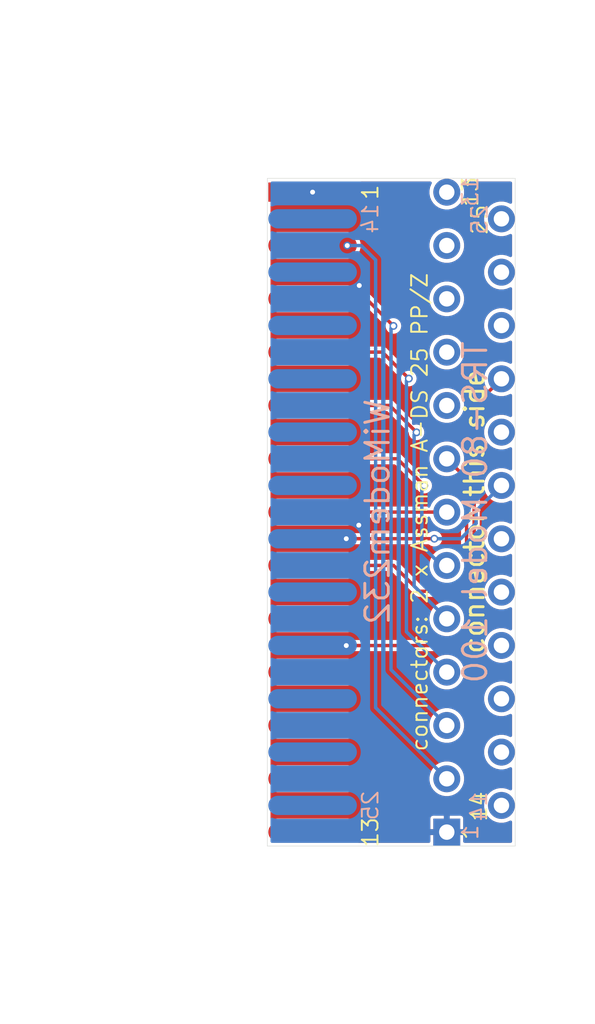
<source format=kicad_pcb>
(kicad_pcb (version 20171130) (host pcbnew 5.1.5-52549c5~84~ubuntu19.04.1)

  (general
    (thickness 1.6)
    (drawings 20)
    (tracks 56)
    (zones 0)
    (modules 2)
    (nets 11)
  )

  (page A4)
  (layers
    (0 F.Cu signal)
    (31 B.Cu signal)
    (32 B.Adhes user hide)
    (33 F.Adhes user hide)
    (34 B.Paste user hide)
    (35 F.Paste user hide)
    (36 B.SilkS user)
    (37 F.SilkS user)
    (38 B.Mask user)
    (39 F.Mask user)
    (40 Dwgs.User user hide)
    (41 Cmts.User user hide)
    (42 Eco1.User user hide)
    (43 Eco2.User user hide)
    (44 Edge.Cuts user)
    (45 Margin user hide)
    (46 B.CrtYd user hide)
    (47 F.CrtYd user hide)
    (48 B.Fab user hide)
    (49 F.Fab user hide)
  )

  (setup
    (last_trace_width 0.1778)
    (user_trace_width 0.1778)
    (trace_clearance 0.2)
    (zone_clearance 0.1524)
    (zone_45_only no)
    (trace_min 0.1778)
    (via_size 0.8)
    (via_drill 0.4)
    (via_min_size 0.4064)
    (via_min_drill 0.254)
    (user_via 0.4064 0.254)
    (uvia_size 0.3)
    (uvia_drill 0.1)
    (uvias_allowed no)
    (uvia_min_size 0.1778)
    (uvia_min_drill 0.1)
    (edge_width 0.0254)
    (segment_width 0.2)
    (pcb_text_width 0.3)
    (pcb_text_size 1.5 1.5)
    (mod_edge_width 0.12)
    (mod_text_size 1 1)
    (mod_text_width 0.15)
    (pad_size 1.4 1.4)
    (pad_drill 0.8)
    (pad_to_mask_clearance 0)
    (aux_axis_origin 0 0)
    (visible_elements FFFFFF7F)
    (pcbplotparams
      (layerselection 0x010fc_ffffffff)
      (usegerberextensions false)
      (usegerberattributes false)
      (usegerberadvancedattributes false)
      (creategerberjobfile false)
      (excludeedgelayer true)
      (linewidth 0.100000)
      (plotframeref false)
      (viasonmask false)
      (mode 1)
      (useauxorigin false)
      (hpglpennumber 1)
      (hpglpenspeed 20)
      (hpglpendiameter 15.000000)
      (psnegative false)
      (psa4output false)
      (plotreference true)
      (plotvalue true)
      (plotinvisibletext false)
      (padsonsilk false)
      (subtractmaskfromsilk false)
      (outputformat 1)
      (mirror false)
      (drillshape 1)
      (scaleselection 1)
      (outputdirectory ""))
  )

  (net 0 "")
  (net 1 /RI)
  (net 2 /DTR)
  (net 3 /DCD)
  (net 4 /SG)
  (net 5 /DSR)
  (net 6 /CTS)
  (net 7 /RTS)
  (net 8 /RXD)
  (net 9 /TXD)
  (net 10 GND)

  (net_class Default "This is the default net class."
    (clearance 0.2)
    (trace_width 0.25)
    (via_dia 0.8)
    (via_drill 0.4)
    (uvia_dia 0.3)
    (uvia_drill 0.1)
    (add_net /CTS)
    (add_net /DCD)
    (add_net /DSR)
    (add_net /DTR)
    (add_net /RI)
    (add_net /RTS)
    (add_net /RXD)
    (add_net /SG)
    (add_net /TXD)
    (add_net GND)
  )

  (module 0_LOCAL:DSUB-25_Male_Vertical_P2.77x2.84mm (layer F.Cu) (tedit 5F0E4B53) (tstamp 5F04C404)
    (at 144.2212 113.0427 90)
    (descr "25-pin D-Sub connector, straight/vertical, THT-mount, male, pitch 2.77x2.84mm, distance of mounting holes 47.1mm, see https://disti-assets.s3.amazonaws.com/tonar/files/datasheets/16730.pdf")
    (tags "25-pin D-Sub connector straight vertical THT male pitch 2.77x2.84mm mounting holes distance 47.1mm")
    (path /5F04B532)
    (fp_text reference J2 (at 1.4605 1.2827 270) (layer F.SilkS) hide
      (effects (font (size 1 1) (thickness 0.15)))
    )
    (fp_text value DB25_Male (at 16.62 8.73 270) (layer F.Fab)
      (effects (font (size 1 1) (thickness 0.15)))
    )
    (fp_text user %R (at 16.62 1.42 270) (layer F.Fab)
      (effects (font (size 1 1) (thickness 0.15)))
    )
    (fp_line (start -2.198887 -0.852163) (end -1.299619 4.247837) (layer F.Fab) (width 0.1))
    (fp_line (start 35.438887 -0.852163) (end 34.539619 4.247837) (layer F.Fab) (width 0.1))
    (fp_line (start 0.276073 5.57) (end 32.963927 5.57) (layer F.Fab) (width 0.1))
    (fp_line (start -0.623194 -2.73) (end 33.863194 -2.73) (layer F.Fab) (width 0.1))
    (fp_line (start -9.93 6.67) (end -9.93 -3.83) (layer F.Fab) (width 0.1))
    (fp_line (start 42.17 7.67) (end -8.93 7.67) (layer F.Fab) (width 0.1))
    (fp_line (start 43.17 -3.83) (end 43.17 6.67) (layer F.Fab) (width 0.1))
    (fp_line (start -8.93 -4.83) (end 42.17 -4.83) (layer F.Fab) (width 0.1))
    (fp_arc (start 32.963927 3.97) (end 32.963927 5.57) (angle -80) (layer F.Fab) (width 0.1))
    (fp_arc (start 0.276073 3.97) (end 0.276073 5.57) (angle 80) (layer F.Fab) (width 0.1))
    (fp_arc (start 33.863194 -1.13) (end 33.863194 -2.73) (angle 100) (layer F.Fab) (width 0.1))
    (fp_arc (start -0.623194 -1.13) (end -0.623194 -2.73) (angle -100) (layer F.Fab) (width 0.1))
    (fp_arc (start 42.17 6.67) (end 43.17 6.67) (angle 90) (layer F.Fab) (width 0.1))
    (fp_arc (start -8.93 6.67) (end -9.93 6.67) (angle -90) (layer F.Fab) (width 0.1))
    (fp_arc (start 42.17 -3.83) (end 42.17 -4.83) (angle 90) (layer F.Fab) (width 0.1))
    (fp_arc (start -8.93 -3.83) (end -9.93 -3.83) (angle 90) (layer F.Fab) (width 0.1))
    (pad 25 thru_hole circle (at 31.855 2.84 90) (size 1.4 1.4) (drill 0.8) (layers *.Cu *.Mask))
    (pad 24 thru_hole circle (at 29.085 2.84 90) (size 1.4 1.4) (drill 0.8) (layers *.Cu *.Mask))
    (pad 23 thru_hole circle (at 26.315 2.84 90) (size 1.4 1.4) (drill 0.8) (layers *.Cu *.Mask))
    (pad 22 thru_hole circle (at 23.545 2.84 90) (size 1.4 1.4) (drill 0.8) (layers *.Cu *.Mask)
      (net 1 /RI))
    (pad 21 thru_hole circle (at 20.775 2.84 90) (size 1.4 1.4) (drill 0.8) (layers *.Cu *.Mask))
    (pad 20 thru_hole circle (at 18.005 2.84 90) (size 1.4 1.4) (drill 0.8) (layers *.Cu *.Mask)
      (net 2 /DTR))
    (pad 19 thru_hole circle (at 15.235 2.84 90) (size 1.4 1.4) (drill 0.8) (layers *.Cu *.Mask))
    (pad 18 thru_hole circle (at 12.465 2.84 90) (size 1.4 1.4) (drill 0.8) (layers *.Cu *.Mask))
    (pad 17 thru_hole circle (at 9.695 2.84 90) (size 1.4 1.4) (drill 0.8) (layers *.Cu *.Mask))
    (pad 16 thru_hole circle (at 6.925 2.84 90) (size 1.4 1.4) (drill 0.8) (layers *.Cu *.Mask))
    (pad 15 thru_hole circle (at 4.155 2.84 90) (size 1.4 1.4) (drill 0.8) (layers *.Cu *.Mask))
    (pad 14 thru_hole circle (at 1.385 2.84 90) (size 1.4 1.4) (drill 0.8) (layers *.Cu *.Mask))
    (pad 13 thru_hole circle (at 33.24 0 90) (size 1.4 1.4) (drill 0.8) (layers *.Cu *.Mask))
    (pad 12 thru_hole circle (at 30.47 0 90) (size 1.4 1.4) (drill 0.8) (layers *.Cu *.Mask))
    (pad 11 thru_hole circle (at 27.7 0 90) (size 1.4 1.4) (drill 0.8) (layers *.Cu *.Mask))
    (pad 10 thru_hole circle (at 24.93 0 90) (size 1.4 1.4) (drill 0.8) (layers *.Cu *.Mask))
    (pad 9 thru_hole circle (at 22.16 0 90) (size 1.4 1.4) (drill 0.8) (layers *.Cu *.Mask))
    (pad 8 thru_hole circle (at 19.39 0 90) (size 1.4 1.4) (drill 0.8) (layers *.Cu *.Mask)
      (net 3 /DCD))
    (pad 7 thru_hole circle (at 16.62 0 90) (size 1.4 1.4) (drill 0.8) (layers *.Cu *.Mask)
      (net 4 /SG))
    (pad 6 thru_hole circle (at 13.85 0 90) (size 1.4 1.4) (drill 0.8) (layers *.Cu *.Mask)
      (net 5 /DSR))
    (pad 5 thru_hole circle (at 11.08 0 90) (size 1.4 1.4) (drill 0.8) (layers *.Cu *.Mask)
      (net 6 /CTS))
    (pad 4 thru_hole circle (at 8.31 0 90) (size 1.4 1.4) (drill 0.8) (layers *.Cu *.Mask)
      (net 7 /RTS))
    (pad 3 thru_hole circle (at 5.54 0 90) (size 1.4 1.4) (drill 0.8) (layers *.Cu *.Mask)
      (net 8 /RXD))
    (pad 2 thru_hole circle (at 2.77 0 90) (size 1.4 1.4) (drill 0.8) (layers *.Cu *.Mask)
      (net 9 /TXD))
    (pad 1 thru_hole rect (at 0 0 90) (size 1.4 1.4) (drill 0.8) (layers *.Cu *.Mask)
      (net 10 GND))
    (model ${KIPRJMOD}/0_LOCAL.3dshapes/connector_a-ds_25_pp_z.stp
      (offset (xyz 16.625 -1.42 6.3))
      (scale (xyz 1 1 1))
      (rotate (xyz 0 0 0))
    )
  )

  (module 0_LOCAL:DSUB-25_Male_EdgeMount_P2.77mm (layer F.Cu) (tedit 5F053F30) (tstamp 5F04C3BF)
    (at 136.75 96.42 270)
    (descr "25-pin D-Sub connector, solder-cups edge-mounted, male, x-pin-pitch 2.77mm, distance of mounting holes 47.1mm, see https://disti-assets.s3.amazonaws.com/tonar/files/datasheets/16730.pdf")
    (tags "25-pin D-Sub connector edge mount solder cup male x-pin-pitch 2.77mm mounting holes distance 47.1mm")
    (path /5F05138A)
    (attr smd)
    (fp_text reference J1 (at -15.267 -0.4688 270) (layer F.SilkS) hide
      (effects (font (size 1 1) (thickness 0.15)))
    )
    (fp_text value DB25_Male (at 0 16.69 270) (layer F.Fab)
      (effects (font (size 1 1) (thickness 0.15)))
    )
    (fp_text user "PCB edge" (at -21.55 1.323333 270) (layer Dwgs.User)
      (effects (font (size 0.5 0.5) (thickness 0.075)))
    )
    (fp_text user %R (at 0 3.39 270) (layer F.Fab)
      (effects (font (size 1 1) (thickness 0.15)))
    )
    (fp_line (start 19.15 9.69) (end -19.15 9.69) (layer F.Fab) (width 0.1))
    (fp_line (start 19.15 15.69) (end 19.15 9.69) (layer F.Fab) (width 0.1))
    (fp_line (start -19.15 15.69) (end 19.15 15.69) (layer F.Fab) (width 0.1))
    (fp_line (start -19.15 9.69) (end -19.15 15.69) (layer F.Fab) (width 0.1))
    (fp_line (start 26.55 9.29) (end -26.55 9.29) (layer F.Fab) (width 0.1))
    (fp_line (start 26.55 9.69) (end 26.55 9.29) (layer F.Fab) (width 0.1))
    (fp_line (start -26.55 9.69) (end 26.55 9.69) (layer F.Fab) (width 0.1))
    (fp_line (start -26.55 9.29) (end -26.55 9.69) (layer F.Fab) (width 0.1))
    (fp_line (start 19.55 4.79) (end -19.55 4.79) (layer F.Fab) (width 0.1))
    (fp_line (start 19.55 9.29) (end 19.55 4.79) (layer F.Fab) (width 0.1))
    (fp_line (start -19.55 9.29) (end 19.55 9.29) (layer F.Fab) (width 0.1))
    (fp_line (start -19.55 4.79) (end -19.55 9.29) (layer F.Fab) (width 0.1))
    (fp_line (start 18.55 1.99) (end -18.55 1.99) (layer F.Fab) (width 0.1))
    (fp_line (start 18.55 4.79) (end 18.55 1.99) (layer F.Fab) (width 0.1))
    (fp_line (start -18.55 4.79) (end 18.55 4.79) (layer F.Fab) (width 0.1))
    (fp_line (start -18.55 1.99) (end -18.55 4.79) (layer F.Fab) (width 0.1))
    (fp_line (start 15.835 -0.91) (end 14.635 -0.91) (layer B.Fab) (width 0.1))
    (fp_line (start 15.835 1.99) (end 15.835 -0.91) (layer B.Fab) (width 0.1))
    (fp_line (start 14.635 1.99) (end 15.835 1.99) (layer B.Fab) (width 0.1))
    (fp_line (start 14.635 -0.91) (end 14.635 1.99) (layer B.Fab) (width 0.1))
    (fp_line (start 13.065 -0.91) (end 11.865 -0.91) (layer B.Fab) (width 0.1))
    (fp_line (start 13.065 1.99) (end 13.065 -0.91) (layer B.Fab) (width 0.1))
    (fp_line (start 11.865 1.99) (end 13.065 1.99) (layer B.Fab) (width 0.1))
    (fp_line (start 11.865 -0.91) (end 11.865 1.99) (layer B.Fab) (width 0.1))
    (fp_line (start 10.295 -0.91) (end 9.095 -0.91) (layer B.Fab) (width 0.1))
    (fp_line (start 10.295 1.99) (end 10.295 -0.91) (layer B.Fab) (width 0.1))
    (fp_line (start 9.095 1.99) (end 10.295 1.99) (layer B.Fab) (width 0.1))
    (fp_line (start 9.095 -0.91) (end 9.095 1.99) (layer B.Fab) (width 0.1))
    (fp_line (start 7.525 -0.91) (end 6.325 -0.91) (layer B.Fab) (width 0.1))
    (fp_line (start 7.525 1.99) (end 7.525 -0.91) (layer B.Fab) (width 0.1))
    (fp_line (start 6.325 1.99) (end 7.525 1.99) (layer B.Fab) (width 0.1))
    (fp_line (start 6.325 -0.91) (end 6.325 1.99) (layer B.Fab) (width 0.1))
    (fp_line (start 4.755 -0.91) (end 3.555 -0.91) (layer B.Fab) (width 0.1))
    (fp_line (start 4.755 1.99) (end 4.755 -0.91) (layer B.Fab) (width 0.1))
    (fp_line (start 3.555 1.99) (end 4.755 1.99) (layer B.Fab) (width 0.1))
    (fp_line (start 3.555 -0.91) (end 3.555 1.99) (layer B.Fab) (width 0.1))
    (fp_line (start 1.985 -0.91) (end 0.785 -0.91) (layer B.Fab) (width 0.1))
    (fp_line (start 1.985 1.99) (end 1.985 -0.91) (layer B.Fab) (width 0.1))
    (fp_line (start 0.785 1.99) (end 1.985 1.99) (layer B.Fab) (width 0.1))
    (fp_line (start 0.785 -0.91) (end 0.785 1.99) (layer B.Fab) (width 0.1))
    (fp_line (start -0.785 -0.91) (end -1.985 -0.91) (layer B.Fab) (width 0.1))
    (fp_line (start -0.785 1.99) (end -0.785 -0.91) (layer B.Fab) (width 0.1))
    (fp_line (start -1.985 1.99) (end -0.785 1.99) (layer B.Fab) (width 0.1))
    (fp_line (start -1.985 -0.91) (end -1.985 1.99) (layer B.Fab) (width 0.1))
    (fp_line (start -3.555 -0.91) (end -4.755 -0.91) (layer B.Fab) (width 0.1))
    (fp_line (start -3.555 1.99) (end -3.555 -0.91) (layer B.Fab) (width 0.1))
    (fp_line (start -4.755 1.99) (end -3.555 1.99) (layer B.Fab) (width 0.1))
    (fp_line (start -4.755 -0.91) (end -4.755 1.99) (layer B.Fab) (width 0.1))
    (fp_line (start -6.325 -0.91) (end -7.525 -0.91) (layer B.Fab) (width 0.1))
    (fp_line (start -6.325 1.99) (end -6.325 -0.91) (layer B.Fab) (width 0.1))
    (fp_line (start -7.525 1.99) (end -6.325 1.99) (layer B.Fab) (width 0.1))
    (fp_line (start -7.525 -0.91) (end -7.525 1.99) (layer B.Fab) (width 0.1))
    (fp_line (start -9.095 -0.91) (end -10.295 -0.91) (layer B.Fab) (width 0.1))
    (fp_line (start -9.095 1.99) (end -9.095 -0.91) (layer B.Fab) (width 0.1))
    (fp_line (start -10.295 1.99) (end -9.095 1.99) (layer B.Fab) (width 0.1))
    (fp_line (start -10.295 -0.91) (end -10.295 1.99) (layer B.Fab) (width 0.1))
    (fp_line (start -11.865 -0.91) (end -13.065 -0.91) (layer B.Fab) (width 0.1))
    (fp_line (start -11.865 1.99) (end -11.865 -0.91) (layer B.Fab) (width 0.1))
    (fp_line (start -13.065 1.99) (end -11.865 1.99) (layer B.Fab) (width 0.1))
    (fp_line (start -13.065 -0.91) (end -13.065 1.99) (layer B.Fab) (width 0.1))
    (fp_line (start -14.635 -0.91) (end -15.835 -0.91) (layer B.Fab) (width 0.1))
    (fp_line (start -14.635 1.99) (end -14.635 -0.91) (layer B.Fab) (width 0.1))
    (fp_line (start -15.835 1.99) (end -14.635 1.99) (layer B.Fab) (width 0.1))
    (fp_line (start -15.835 -0.91) (end -15.835 1.99) (layer B.Fab) (width 0.1))
    (fp_line (start 17.22 -0.91) (end 16.02 -0.91) (layer F.Fab) (width 0.1))
    (fp_line (start 17.22 1.99) (end 17.22 -0.91) (layer F.Fab) (width 0.1))
    (fp_line (start 16.02 1.99) (end 17.22 1.99) (layer F.Fab) (width 0.1))
    (fp_line (start 16.02 -0.91) (end 16.02 1.99) (layer F.Fab) (width 0.1))
    (fp_line (start 14.45 -0.91) (end 13.25 -0.91) (layer F.Fab) (width 0.1))
    (fp_line (start 14.45 1.99) (end 14.45 -0.91) (layer F.Fab) (width 0.1))
    (fp_line (start 13.25 1.99) (end 14.45 1.99) (layer F.Fab) (width 0.1))
    (fp_line (start 13.25 -0.91) (end 13.25 1.99) (layer F.Fab) (width 0.1))
    (fp_line (start 11.68 -0.91) (end 10.48 -0.91) (layer F.Fab) (width 0.1))
    (fp_line (start 11.68 1.99) (end 11.68 -0.91) (layer F.Fab) (width 0.1))
    (fp_line (start 10.48 1.99) (end 11.68 1.99) (layer F.Fab) (width 0.1))
    (fp_line (start 10.48 -0.91) (end 10.48 1.99) (layer F.Fab) (width 0.1))
    (fp_line (start 8.91 -0.91) (end 7.71 -0.91) (layer F.Fab) (width 0.1))
    (fp_line (start 8.91 1.99) (end 8.91 -0.91) (layer F.Fab) (width 0.1))
    (fp_line (start 7.71 1.99) (end 8.91 1.99) (layer F.Fab) (width 0.1))
    (fp_line (start 7.71 -0.91) (end 7.71 1.99) (layer F.Fab) (width 0.1))
    (fp_line (start 6.14 -0.91) (end 4.94 -0.91) (layer F.Fab) (width 0.1))
    (fp_line (start 6.14 1.99) (end 6.14 -0.91) (layer F.Fab) (width 0.1))
    (fp_line (start 4.94 1.99) (end 6.14 1.99) (layer F.Fab) (width 0.1))
    (fp_line (start 4.94 -0.91) (end 4.94 1.99) (layer F.Fab) (width 0.1))
    (fp_line (start 3.37 -0.91) (end 2.17 -0.91) (layer F.Fab) (width 0.1))
    (fp_line (start 3.37 1.99) (end 3.37 -0.91) (layer F.Fab) (width 0.1))
    (fp_line (start 2.17 1.99) (end 3.37 1.99) (layer F.Fab) (width 0.1))
    (fp_line (start 2.17 -0.91) (end 2.17 1.99) (layer F.Fab) (width 0.1))
    (fp_line (start 0.6 -0.91) (end -0.6 -0.91) (layer F.Fab) (width 0.1))
    (fp_line (start 0.6 1.99) (end 0.6 -0.91) (layer F.Fab) (width 0.1))
    (fp_line (start -0.6 1.99) (end 0.6 1.99) (layer F.Fab) (width 0.1))
    (fp_line (start -0.6 -0.91) (end -0.6 1.99) (layer F.Fab) (width 0.1))
    (fp_line (start -2.17 -0.91) (end -3.37 -0.91) (layer F.Fab) (width 0.1))
    (fp_line (start -2.17 1.99) (end -2.17 -0.91) (layer F.Fab) (width 0.1))
    (fp_line (start -3.37 1.99) (end -2.17 1.99) (layer F.Fab) (width 0.1))
    (fp_line (start -3.37 -0.91) (end -3.37 1.99) (layer F.Fab) (width 0.1))
    (fp_line (start -4.94 -0.91) (end -6.14 -0.91) (layer F.Fab) (width 0.1))
    (fp_line (start -4.94 1.99) (end -4.94 -0.91) (layer F.Fab) (width 0.1))
    (fp_line (start -6.14 1.99) (end -4.94 1.99) (layer F.Fab) (width 0.1))
    (fp_line (start -6.14 -0.91) (end -6.14 1.99) (layer F.Fab) (width 0.1))
    (fp_line (start -7.71 -0.91) (end -8.91 -0.91) (layer F.Fab) (width 0.1))
    (fp_line (start -7.71 1.99) (end -7.71 -0.91) (layer F.Fab) (width 0.1))
    (fp_line (start -8.91 1.99) (end -7.71 1.99) (layer F.Fab) (width 0.1))
    (fp_line (start -8.91 -0.91) (end -8.91 1.99) (layer F.Fab) (width 0.1))
    (fp_line (start -10.48 -0.91) (end -11.68 -0.91) (layer F.Fab) (width 0.1))
    (fp_line (start -10.48 1.99) (end -10.48 -0.91) (layer F.Fab) (width 0.1))
    (fp_line (start -11.68 1.99) (end -10.48 1.99) (layer F.Fab) (width 0.1))
    (fp_line (start -11.68 -0.91) (end -11.68 1.99) (layer F.Fab) (width 0.1))
    (fp_line (start -13.25 -0.91) (end -14.45 -0.91) (layer F.Fab) (width 0.1))
    (fp_line (start -13.25 1.99) (end -13.25 -0.91) (layer F.Fab) (width 0.1))
    (fp_line (start -14.45 1.99) (end -13.25 1.99) (layer F.Fab) (width 0.1))
    (fp_line (start -14.45 -0.91) (end -14.45 1.99) (layer F.Fab) (width 0.1))
    (fp_line (start -16.02 -0.91) (end -17.22 -0.91) (layer F.Fab) (width 0.1))
    (fp_line (start -16.02 1.99) (end -16.02 -0.91) (layer F.Fab) (width 0.1))
    (fp_line (start -17.22 1.99) (end -16.02 1.99) (layer F.Fab) (width 0.1))
    (fp_line (start -17.22 -0.91) (end -17.22 1.99) (layer F.Fab) (width 0.1))
    (pad 25 smd oval (at 15.235 -0.5 270) (size 1 4.6) (layers B.Cu B.Paste B.Mask))
    (pad 24 smd oval (at 12.465 -0.5 270) (size 1 4.6) (layers B.Cu B.Paste B.Mask))
    (pad 23 smd oval (at 9.695 -0.5 270) (size 1 4.6) (layers B.Cu B.Paste B.Mask))
    (pad 22 smd oval (at 6.925 -0.5 270) (size 1 4.6) (layers B.Cu B.Paste B.Mask)
      (net 1 /RI))
    (pad 21 smd oval (at 4.155 -0.5 270) (size 1 4.6) (layers B.Cu B.Paste B.Mask))
    (pad 20 smd oval (at 1.385 -0.5 270) (size 1 4.6) (layers B.Cu B.Paste B.Mask)
      (net 2 /DTR))
    (pad 19 smd oval (at -1.385 -0.5 270) (size 1 4.6) (layers B.Cu B.Paste B.Mask))
    (pad 18 smd oval (at -4.155 -0.5 270) (size 1 4.6) (layers B.Cu B.Paste B.Mask))
    (pad 17 smd oval (at -6.925 -0.5 270) (size 1 4.6) (layers B.Cu B.Paste B.Mask))
    (pad 16 smd oval (at -9.695 -0.5 270) (size 1 4.6) (layers B.Cu B.Paste B.Mask))
    (pad 15 smd oval (at -12.465 -0.5 270) (size 1 4.6) (layers B.Cu B.Paste B.Mask))
    (pad 14 smd oval (at -15.235 -0.5 270) (size 1 4.6) (layers B.Cu B.Paste B.Mask))
    (pad 13 smd oval (at 16.62 -0.5 270) (size 1 4.6) (layers F.Cu F.Paste F.Mask))
    (pad 12 smd oval (at 13.85 -0.5 270) (size 1 4.6) (layers F.Cu F.Paste F.Mask))
    (pad 11 smd oval (at 11.08 -0.5 270) (size 1 4.6) (layers F.Cu F.Paste F.Mask))
    (pad 10 smd oval (at 8.31 -0.5 270) (size 1 4.6) (layers F.Cu F.Paste F.Mask))
    (pad 9 smd oval (at 5.54 -0.5 270) (size 1 4.6) (layers F.Cu F.Paste F.Mask))
    (pad 8 smd oval (at 2.77 -0.5 270) (size 1 4.6) (layers F.Cu F.Paste F.Mask)
      (net 3 /DCD))
    (pad 7 smd oval (at 0 -0.5 270) (size 1 4.6) (layers F.Cu F.Paste F.Mask)
      (net 4 /SG))
    (pad 6 smd oval (at -2.77 -0.5 270) (size 1 4.6) (layers F.Cu F.Paste F.Mask)
      (net 5 /DSR))
    (pad 5 smd oval (at -5.54 -0.5 270) (size 1 4.6) (layers F.Cu F.Paste F.Mask)
      (net 6 /CTS))
    (pad 4 smd oval (at -8.31 -0.5 270) (size 1 4.6) (layers F.Cu F.Paste F.Mask)
      (net 7 /RTS))
    (pad 3 smd oval (at -11.08 -0.5 270) (size 1 4.6) (layers F.Cu F.Paste F.Mask)
      (net 8 /RXD))
    (pad 2 smd oval (at -13.85 -0.5 270) (size 1 4.6) (layers F.Cu F.Paste F.Mask)
      (net 9 /TXD))
    (pad 1 smd rect (at -16.62 -0.5 270) (size 1 4.6) (layers F.Cu F.Paste F.Mask)
      (net 10 GND))
    (model ${KIPRJMOD}/0_LOCAL.3dshapes/connector_a-ds_25_pp_z.stp
      (offset (xyz 0 -8.199999999999999 -0.87))
      (scale (xyz 1 1 1))
      (rotate (xyz -90 0 0))
    )
  )

  (gr_text 25 (at 145.923 81.2292 90) (layer B.SilkS) (tstamp 5F067558)
    (effects (font (size 0.8128 0.8128) (thickness 0.1016)) (justify mirror))
  )
  (gr_text 13 (at 145.4404 79.7814 90) (layer B.SilkS) (tstamp 5F067527)
    (effects (font (size 0.8128 0.8128) (thickness 0.1016)) (justify mirror))
  )
  (gr_text 14 (at 145.8976 111.7092 90) (layer B.SilkS) (tstamp 5F0674F6)
    (effects (font (size 0.8128 0.8128) (thickness 0.1016)) (justify mirror))
  )
  (gr_text 1 (at 145.4404 113.0554 90) (layer B.SilkS) (tstamp 5F0674C5)
    (effects (font (size 0.8128 0.8128) (thickness 0.1016)) (justify mirror))
  )
  (gr_text 25 (at 140.25 111.6584 90) (layer B.SilkS) (tstamp 5F067404)
    (effects (font (size 0.8128 0.8128) (thickness 0.1016)) (justify mirror))
  )
  (gr_text 14 (at 140.25 81.1784 90) (layer B.SilkS) (tstamp 5F0673D3)
    (effects (font (size 0.8128 0.8128) (thickness 0.1016)) (justify mirror))
  )
  (gr_text 13 (at 140.25 113.05 90) (layer F.SilkS) (tstamp 5F0673A3)
    (effects (font (size 0.8128 0.8128) (thickness 0.1016)))
  )
  (gr_text 1 (at 140.25 79.8068 90) (layer F.SilkS) (tstamp 5F067373)
    (effects (font (size 0.8128 0.8128) (thickness 0.1016)))
  )
  (gr_text 25 (at 145.923 81.2292 90) (layer F.SilkS) (tstamp 5F066EFE)
    (effects (font (size 0.8128 0.8128) (thickness 0.1016)))
  )
  (gr_text 14 (at 145.8976 111.7092 90) (layer F.SilkS) (tstamp 5F066EF9)
    (effects (font (size 0.8128 0.8128) (thickness 0.1016)))
  )
  (gr_text 13 (at 145.4404 79.7814 90) (layer F.SilkS) (tstamp 5F066E9A)
    (effects (font (size 0.8128 0.8128) (thickness 0.1016)))
  )
  (gr_text 1 (at 145.4404 113.0554 90) (layer F.SilkS)
    (effects (font (size 0.8128 0.8128) (thickness 0.1016)))
  )
  (gr_text "connectors: 2 x Assman A-DS 25 PP/Z" (at 142.8115 96.4184 90) (layer F.SilkS)
    (effects (font (size 0.8128 0.8128) (thickness 0.1016)))
  )
  (gr_text "connector this side" (at 145.6563 96.4057 90) (layer F.SilkS)
    (effects (font (size 1 1) (thickness 0.15)))
  )
  (gr_text "TRS-80 Model 100" (at 145.6944 96.4311 90) (layer B.SilkS) (tstamp 5F05D148)
    (effects (font (size 1.2192 1.2192) (thickness 0.1524)) (justify mirror))
  )
  (gr_text WiModem232 (at 140.625 96.4057 90) (layer B.SilkS)
    (effects (font (size 1.2192 1.2192) (thickness 0.1524)) (justify mirror))
  )
  (gr_line (start 134.9 113.7666) (end 147.7772 113.7666) (layer Edge.Cuts) (width 0.0254))
  (gr_line (start 134.9 79.0829) (end 134.9 113.7666) (layer Edge.Cuts) (width 0.0254))
  (gr_line (start 134.9 79.0829) (end 147.7772 79.0829) (layer Edge.Cuts) (width 0.0254) (tstamp 5F0644F6))
  (gr_line (start 147.7772 113.7666) (end 147.7772 79.0829) (layer Edge.Cuts) (width 0.0254))

  (via (at 139.05 82.575) (size 0.4064) (drill 0.254) (layers F.Cu B.Cu) (net 9))
  (segment (start 147.0612 89.5017) (end 147.0612 89.4977) (width 0.1778) (layer F.Cu) (net 1))
  (segment (start 139 103.3526) (end 144.8054 103.3526) (width 0.1778) (layer F.Cu) (net 1))
  (via (at 139 103.3526) (size 0.4064) (drill 0.254) (layers F.Cu B.Cu) (net 1))
  (segment (start 145.6436 90.9193) (end 147.0612 89.5017) (width 0.1778) (layer F.Cu) (net 1))
  (segment (start 144.8054 103.3526) (end 145.6436 102.5144) (width 0.1778) (layer F.Cu) (net 1))
  (segment (start 145.6436 102.5144) (end 145.6436 90.9193) (width 0.1778) (layer F.Cu) (net 1))
  (via (at 139 97.8027) (size 0.4064) (drill 0.254) (layers F.Cu B.Cu) (net 2))
  (segment (start 143.575 97.8027) (end 144.9451 97.8027) (width 0.1778) (layer B.Cu) (net 2))
  (via (at 143.575 97.8027) (size 0.4064) (drill 0.254) (layers F.Cu B.Cu) (net 2))
  (segment (start 143.575 97.8027) (end 139 97.8027) (width 0.1778) (layer F.Cu) (net 2))
  (segment (start 145.7452 97.0026) (end 145.7452 96.3537) (width 0.1778) (layer B.Cu) (net 2))
  (segment (start 145.7452 96.3537) (end 147.0612 95.0377) (width 0.1778) (layer B.Cu) (net 2))
  (segment (start 144.9451 97.8027) (end 145.7452 97.0026) (width 0.1778) (layer B.Cu) (net 2))
  (segment (start 141.4556 99.19) (end 142.7988 100.5332) (width 0.1778) (layer F.Cu) (net 3))
  (segment (start 138.52 99.19) (end 141.4556 99.19) (width 0.1778) (layer F.Cu) (net 3))
  (segment (start 142.7988 100.5332) (end 144.6022 100.5332) (width 0.1778) (layer F.Cu) (net 3))
  (segment (start 145.2499 94.6814) (end 144.2212 93.6527) (width 0.1778) (layer F.Cu) (net 3))
  (segment (start 144.6022 100.5332) (end 145.2499 99.8855) (width 0.1778) (layer F.Cu) (net 3))
  (segment (start 145.2499 99.8855) (end 145.2499 94.6814) (width 0.1778) (layer F.Cu) (net 3))
  (segment (start 144.2185 96.42) (end 144.2212 96.4227) (width 0.1778) (layer F.Cu) (net 4))
  (segment (start 138.52 96.42) (end 144.2185 96.42) (width 0.1778) (layer F.Cu) (net 4))
  (segment (start 143.9475 99.1927) (end 144.2212 99.1927) (width 0.1778) (layer B.Cu) (net 5))
  (segment (start 142.925 98.1702) (end 143.9475 99.1927) (width 0.1778) (layer B.Cu) (net 5))
  (segment (start 143.05 95.0468) (end 141.6532 93.65) (width 0.1778) (layer F.Cu) (net 5))
  (via (at 143.05 95.0468) (size 0.4064) (drill 0.254) (layers F.Cu B.Cu) (net 5))
  (segment (start 141.6532 93.65) (end 137.25 93.65) (width 0.1778) (layer F.Cu) (net 5))
  (segment (start 143.05 95.0468) (end 142.925 95.1718) (width 0.1778) (layer B.Cu) (net 5))
  (segment (start 142.925 95.1718) (end 142.925 98.1702) (width 0.1778) (layer B.Cu) (net 5))
  (segment (start 142.525 100.2665) (end 144.2212 101.9627) (width 0.1778) (layer B.Cu) (net 6))
  (segment (start 142.65 92.2782) (end 141.2518 90.88) (width 0.1778) (layer F.Cu) (net 6))
  (segment (start 141.2518 90.88) (end 137.25 90.88) (width 0.1778) (layer F.Cu) (net 6))
  (via (at 142.65 92.2782) (size 0.4064) (drill 0.254) (layers F.Cu B.Cu) (net 6))
  (segment (start 142.525 92.4032) (end 142.525 100.2665) (width 0.1778) (layer B.Cu) (net 6))
  (segment (start 142.65 92.2782) (end 142.525 92.4032) (width 0.1778) (layer B.Cu) (net 6))
  (segment (start 137.25 88.11) (end 138.52 88.11) (width 0.1778) (layer F.Cu) (net 7))
  (segment (start 142.125 102.6365) (end 144.2212 104.7327) (width 0.1778) (layer B.Cu) (net 7))
  (via (at 142.25 89.4842) (size 0.4064) (drill 0.254) (layers F.Cu B.Cu) (net 7))
  (segment (start 140.8758 88.11) (end 137.25 88.11) (width 0.1778) (layer F.Cu) (net 7))
  (segment (start 142.25 89.4842) (end 140.8758 88.11) (width 0.1778) (layer F.Cu) (net 7))
  (segment (start 142.25 89.4842) (end 142.125 89.6092) (width 0.1778) (layer B.Cu) (net 7))
  (segment (start 142.125 89.6092) (end 142.125 102.6365) (width 0.1778) (layer B.Cu) (net 7))
  (segment (start 141.325 104.6065) (end 144.2212 107.5027) (width 0.1778) (layer B.Cu) (net 8))
  (segment (start 141.45 86.75) (end 140.04 85.34) (width 0.1778) (layer F.Cu) (net 8))
  (via (at 141.45 86.75) (size 0.4064) (drill 0.254) (layers F.Cu B.Cu) (net 8))
  (segment (start 141.45 86.75) (end 141.325 86.875) (width 0.1778) (layer B.Cu) (net 8))
  (segment (start 140.04 85.34) (end 137.25 85.34) (width 0.1778) (layer F.Cu) (net 8))
  (segment (start 141.325 86.875) (end 141.325 104.6065) (width 0.1778) (layer B.Cu) (net 8))
  (segment (start 144.2212 110.2727) (end 144.2198 110.2727) (width 0.1778) (layer F.Cu) (net 9))
  (segment (start 140.525 106.5765) (end 144.2212 110.2727) (width 0.1778) (layer B.Cu) (net 9))
  (segment (start 140.525 83.325) (end 140.525 106.5765) (width 0.1778) (layer B.Cu) (net 9))
  (segment (start 139.05 82.575) (end 139.775 82.575) (width 0.1778) (layer B.Cu) (net 9))
  (segment (start 139.775 82.575) (end 140.525 83.325) (width 0.1778) (layer B.Cu) (net 9))
  (via (at 137.25 79.8) (size 0.4064) (drill 0.254) (layers F.Cu B.Cu) (net 10))
  (via (at 139.675 84.65) (size 0.4064) (drill 0.254) (layers F.Cu B.Cu) (net 10))
  (via (at 139.65 97.1) (size 0.4064) (drill 0.254) (layers F.Cu B.Cu) (net 10))

  (zone (net 10) (net_name GND) (layer F.Cu) (tstamp 0) (hatch edge 0.508)
    (connect_pads (clearance 0.1524))
    (min_thickness 0.1524)
    (fill yes (arc_segments 32) (thermal_gap 0.1524) (thermal_bridge_width 0.3048) (smoothing fillet) (radius 0.0762))
    (polygon
      (pts
        (xy 147.7772 113.7666) (xy 134.9 113.7666) (xy 134.9 79.08544) (xy 147.7772 79.0829)
      )
    )
    (filled_polygon
      (pts
        (xy 147.535901 91.410819) (xy 147.523604 91.402603) (xy 147.345947 91.329015) (xy 147.157347 91.2915) (xy 146.965053 91.2915)
        (xy 146.776453 91.329015) (xy 146.598796 91.402603) (xy 146.438909 91.509436) (xy 146.302936 91.645409) (xy 146.196103 91.805296)
        (xy 146.122515 91.982953) (xy 146.085 92.171553) (xy 146.085 92.363847) (xy 146.122515 92.552447) (xy 146.196103 92.730104)
        (xy 146.302936 92.889991) (xy 146.438909 93.025964) (xy 146.598796 93.132797) (xy 146.776453 93.206385) (xy 146.965053 93.2439)
        (xy 147.157347 93.2439) (xy 147.345947 93.206385) (xy 147.523604 93.132797) (xy 147.535901 93.124581) (xy 147.535901 94.180819)
        (xy 147.523604 94.172603) (xy 147.345947 94.099015) (xy 147.157347 94.0615) (xy 146.965053 94.0615) (xy 146.776453 94.099015)
        (xy 146.598796 94.172603) (xy 146.438909 94.279436) (xy 146.302936 94.415409) (xy 146.196103 94.575296) (xy 146.122515 94.752953)
        (xy 146.085 94.941553) (xy 146.085 95.133847) (xy 146.122515 95.322447) (xy 146.196103 95.500104) (xy 146.302936 95.659991)
        (xy 146.438909 95.795964) (xy 146.598796 95.902797) (xy 146.776453 95.976385) (xy 146.965053 96.0139) (xy 147.157347 96.0139)
        (xy 147.345947 95.976385) (xy 147.523604 95.902797) (xy 147.535901 95.894581) (xy 147.5359 96.950819) (xy 147.523604 96.942603)
        (xy 147.345947 96.869015) (xy 147.157347 96.8315) (xy 146.965053 96.8315) (xy 146.776453 96.869015) (xy 146.598796 96.942603)
        (xy 146.438909 97.049436) (xy 146.302936 97.185409) (xy 146.196103 97.345296) (xy 146.122515 97.522953) (xy 146.085 97.711553)
        (xy 146.085 97.903847) (xy 146.122515 98.092447) (xy 146.196103 98.270104) (xy 146.302936 98.429991) (xy 146.438909 98.565964)
        (xy 146.598796 98.672797) (xy 146.776453 98.746385) (xy 146.965053 98.7839) (xy 147.157347 98.7839) (xy 147.345947 98.746385)
        (xy 147.523604 98.672797) (xy 147.5359 98.664581) (xy 147.5359 99.720819) (xy 147.523604 99.712603) (xy 147.345947 99.639015)
        (xy 147.157347 99.6015) (xy 146.965053 99.6015) (xy 146.776453 99.639015) (xy 146.598796 99.712603) (xy 146.438909 99.819436)
        (xy 146.302936 99.955409) (xy 146.196103 100.115296) (xy 146.122515 100.292953) (xy 146.085 100.481553) (xy 146.085 100.673847)
        (xy 146.122515 100.862447) (xy 146.196103 101.040104) (xy 146.302936 101.199991) (xy 146.438909 101.335964) (xy 146.598796 101.442797)
        (xy 146.776453 101.516385) (xy 146.965053 101.5539) (xy 147.157347 101.5539) (xy 147.345947 101.516385) (xy 147.523604 101.442797)
        (xy 147.5359 101.434581) (xy 147.5359 102.490819) (xy 147.523604 102.482603) (xy 147.345947 102.409015) (xy 147.157347 102.3715)
        (xy 146.965053 102.3715) (xy 146.776453 102.409015) (xy 146.598796 102.482603) (xy 146.438909 102.589436) (xy 146.302936 102.725409)
        (xy 146.196103 102.885296) (xy 146.122515 103.062953) (xy 146.085 103.251553) (xy 146.085 103.443847) (xy 146.122515 103.632447)
        (xy 146.196103 103.810104) (xy 146.302936 103.969991) (xy 146.438909 104.105964) (xy 146.598796 104.212797) (xy 146.776453 104.286385)
        (xy 146.965053 104.3239) (xy 147.157347 104.3239) (xy 147.345947 104.286385) (xy 147.523604 104.212797) (xy 147.5359 104.204581)
        (xy 147.5359 105.260819) (xy 147.523604 105.252603) (xy 147.345947 105.179015) (xy 147.157347 105.1415) (xy 146.965053 105.1415)
        (xy 146.776453 105.179015) (xy 146.598796 105.252603) (xy 146.438909 105.359436) (xy 146.302936 105.495409) (xy 146.196103 105.655296)
        (xy 146.122515 105.832953) (xy 146.085 106.021553) (xy 146.085 106.213847) (xy 146.122515 106.402447) (xy 146.196103 106.580104)
        (xy 146.302936 106.739991) (xy 146.438909 106.875964) (xy 146.598796 106.982797) (xy 146.776453 107.056385) (xy 146.965053 107.0939)
        (xy 147.157347 107.0939) (xy 147.345947 107.056385) (xy 147.523604 106.982797) (xy 147.5359 106.974581) (xy 147.5359 108.030819)
        (xy 147.523604 108.022603) (xy 147.345947 107.949015) (xy 147.157347 107.9115) (xy 146.965053 107.9115) (xy 146.776453 107.949015)
        (xy 146.598796 108.022603) (xy 146.438909 108.129436) (xy 146.302936 108.265409) (xy 146.196103 108.425296) (xy 146.122515 108.602953)
        (xy 146.085 108.791553) (xy 146.085 108.983847) (xy 146.122515 109.172447) (xy 146.196103 109.350104) (xy 146.302936 109.509991)
        (xy 146.438909 109.645964) (xy 146.598796 109.752797) (xy 146.776453 109.826385) (xy 146.965053 109.8639) (xy 147.157347 109.8639)
        (xy 147.345947 109.826385) (xy 147.523604 109.752797) (xy 147.5359 109.744581) (xy 147.5359 110.800819) (xy 147.523604 110.792603)
        (xy 147.345947 110.719015) (xy 147.157347 110.6815) (xy 146.965053 110.6815) (xy 146.776453 110.719015) (xy 146.598796 110.792603)
        (xy 146.438909 110.899436) (xy 146.302936 111.035409) (xy 146.196103 111.195296) (xy 146.122515 111.372953) (xy 146.085 111.561553)
        (xy 146.085 111.753847) (xy 146.122515 111.942447) (xy 146.196103 112.120104) (xy 146.302936 112.279991) (xy 146.438909 112.415964)
        (xy 146.598796 112.522797) (xy 146.776453 112.596385) (xy 146.965053 112.6339) (xy 147.157347 112.6339) (xy 147.345947 112.596385)
        (xy 147.523604 112.522797) (xy 147.5359 112.514581) (xy 147.5359 113.5253) (xy 145.150482 113.5253) (xy 145.1498 113.17605)
        (xy 145.09265 113.1189) (xy 144.2974 113.1189) (xy 144.2974 113.1389) (xy 144.145 113.1389) (xy 144.145 113.1189)
        (xy 143.34975 113.1189) (xy 143.2926 113.17605) (xy 143.291918 113.5253) (xy 139.65585 113.5253) (xy 139.698509 113.47332)
        (xy 139.770584 113.338476) (xy 139.814968 113.192162) (xy 139.829955 113.04) (xy 139.814968 112.887838) (xy 139.770584 112.741524)
        (xy 139.698509 112.60668) (xy 139.601511 112.488489) (xy 139.48332 112.391491) (xy 139.392038 112.3427) (xy 143.291494 112.3427)
        (xy 143.2926 112.90935) (xy 143.34975 112.9665) (xy 144.145 112.9665) (xy 144.145 112.17125) (xy 144.2974 112.17125)
        (xy 144.2974 112.9665) (xy 145.09265 112.9665) (xy 145.1498 112.90935) (xy 145.150906 112.3427) (xy 145.146492 112.297887)
        (xy 145.133421 112.254795) (xy 145.112194 112.215082) (xy 145.083627 112.180273) (xy 145.048818 112.151706) (xy 145.009105 112.130479)
        (xy 144.966013 112.117408) (xy 144.9212 112.112994) (xy 144.35455 112.1141) (xy 144.2974 112.17125) (xy 144.145 112.17125)
        (xy 144.08785 112.1141) (xy 143.5212 112.112994) (xy 143.476387 112.117408) (xy 143.433295 112.130479) (xy 143.393582 112.151706)
        (xy 143.358773 112.180273) (xy 143.330206 112.215082) (xy 143.308979 112.254795) (xy 143.295908 112.297887) (xy 143.291494 112.3427)
        (xy 139.392038 112.3427) (xy 139.348476 112.319416) (xy 139.202162 112.275032) (xy 139.088124 112.2638) (xy 135.411876 112.2638)
        (xy 135.297838 112.275032) (xy 135.151524 112.319416) (xy 135.1413 112.324881) (xy 135.1413 110.985119) (xy 135.151524 110.990584)
        (xy 135.297838 111.034968) (xy 135.411876 111.0462) (xy 139.088124 111.0462) (xy 139.202162 111.034968) (xy 139.348476 110.990584)
        (xy 139.48332 110.918509) (xy 139.601511 110.821511) (xy 139.698509 110.70332) (xy 139.770584 110.568476) (xy 139.814968 110.422162)
        (xy 139.829955 110.27) (xy 139.820752 110.176553) (xy 143.245 110.176553) (xy 143.245 110.368847) (xy 143.282515 110.557447)
        (xy 143.356103 110.735104) (xy 143.462936 110.894991) (xy 143.598909 111.030964) (xy 143.758796 111.137797) (xy 143.936453 111.211385)
        (xy 144.125053 111.2489) (xy 144.317347 111.2489) (xy 144.505947 111.211385) (xy 144.683604 111.137797) (xy 144.843491 111.030964)
        (xy 144.979464 110.894991) (xy 145.086297 110.735104) (xy 145.159885 110.557447) (xy 145.1974 110.368847) (xy 145.1974 110.176553)
        (xy 145.159885 109.987953) (xy 145.086297 109.810296) (xy 144.979464 109.650409) (xy 144.843491 109.514436) (xy 144.683604 109.407603)
        (xy 144.505947 109.334015) (xy 144.317347 109.2965) (xy 144.125053 109.2965) (xy 143.936453 109.334015) (xy 143.758796 109.407603)
        (xy 143.598909 109.514436) (xy 143.462936 109.650409) (xy 143.356103 109.810296) (xy 143.282515 109.987953) (xy 143.245 110.176553)
        (xy 139.820752 110.176553) (xy 139.814968 110.117838) (xy 139.770584 109.971524) (xy 139.698509 109.83668) (xy 139.601511 109.718489)
        (xy 139.48332 109.621491) (xy 139.348476 109.549416) (xy 139.202162 109.505032) (xy 139.088124 109.4938) (xy 135.411876 109.4938)
        (xy 135.297838 109.505032) (xy 135.151524 109.549416) (xy 135.1413 109.554881) (xy 135.1413 108.215119) (xy 135.151524 108.220584)
        (xy 135.297838 108.264968) (xy 135.411876 108.2762) (xy 139.088124 108.2762) (xy 139.202162 108.264968) (xy 139.348476 108.220584)
        (xy 139.48332 108.148509) (xy 139.601511 108.051511) (xy 139.698509 107.93332) (xy 139.770584 107.798476) (xy 139.814968 107.652162)
        (xy 139.829955 107.5) (xy 139.820752 107.406553) (xy 143.245 107.406553) (xy 143.245 107.598847) (xy 143.282515 107.787447)
        (xy 143.356103 107.965104) (xy 143.462936 108.124991) (xy 143.598909 108.260964) (xy 143.758796 108.367797) (xy 143.936453 108.441385)
        (xy 144.125053 108.4789) (xy 144.317347 108.4789) (xy 144.505947 108.441385) (xy 144.683604 108.367797) (xy 144.843491 108.260964)
        (xy 144.979464 108.124991) (xy 145.086297 107.965104) (xy 145.159885 107.787447) (xy 145.1974 107.598847) (xy 145.1974 107.406553)
        (xy 145.159885 107.217953) (xy 145.086297 107.040296) (xy 144.979464 106.880409) (xy 144.843491 106.744436) (xy 144.683604 106.637603)
        (xy 144.505947 106.564015) (xy 144.317347 106.5265) (xy 144.125053 106.5265) (xy 143.936453 106.564015) (xy 143.758796 106.637603)
        (xy 143.598909 106.744436) (xy 143.462936 106.880409) (xy 143.356103 107.040296) (xy 143.282515 107.217953) (xy 143.245 107.406553)
        (xy 139.820752 107.406553) (xy 139.814968 107.347838) (xy 139.770584 107.201524) (xy 139.698509 107.06668) (xy 139.601511 106.948489)
        (xy 139.48332 106.851491) (xy 139.348476 106.779416) (xy 139.202162 106.735032) (xy 139.088124 106.7238) (xy 135.411876 106.7238)
        (xy 135.297838 106.735032) (xy 135.151524 106.779416) (xy 135.1413 106.784881) (xy 135.1413 105.445119) (xy 135.151524 105.450584)
        (xy 135.297838 105.494968) (xy 135.411876 105.5062) (xy 139.088124 105.5062) (xy 139.202162 105.494968) (xy 139.348476 105.450584)
        (xy 139.48332 105.378509) (xy 139.601511 105.281511) (xy 139.698509 105.16332) (xy 139.770584 105.028476) (xy 139.814968 104.882162)
        (xy 139.829955 104.73) (xy 139.820752 104.636553) (xy 143.245 104.636553) (xy 143.245 104.828847) (xy 143.282515 105.017447)
        (xy 143.356103 105.195104) (xy 143.462936 105.354991) (xy 143.598909 105.490964) (xy 143.758796 105.597797) (xy 143.936453 105.671385)
        (xy 144.125053 105.7089) (xy 144.317347 105.7089) (xy 144.505947 105.671385) (xy 144.683604 105.597797) (xy 144.843491 105.490964)
        (xy 144.979464 105.354991) (xy 145.086297 105.195104) (xy 145.159885 105.017447) (xy 145.1974 104.828847) (xy 145.1974 104.636553)
        (xy 145.159885 104.447953) (xy 145.086297 104.270296) (xy 144.979464 104.110409) (xy 144.843491 103.974436) (xy 144.683604 103.867603)
        (xy 144.505947 103.794015) (xy 144.317347 103.7565) (xy 144.125053 103.7565) (xy 143.936453 103.794015) (xy 143.758796 103.867603)
        (xy 143.598909 103.974436) (xy 143.462936 104.110409) (xy 143.356103 104.270296) (xy 143.282515 104.447953) (xy 143.245 104.636553)
        (xy 139.820752 104.636553) (xy 139.814968 104.577838) (xy 139.770584 104.431524) (xy 139.698509 104.29668) (xy 139.601511 104.178489)
        (xy 139.48332 104.081491) (xy 139.348476 104.009416) (xy 139.202162 103.965032) (xy 139.088124 103.9538) (xy 135.411876 103.9538)
        (xy 135.297838 103.965032) (xy 135.151524 104.009416) (xy 135.1413 104.014881) (xy 135.1413 102.675119) (xy 135.151524 102.680584)
        (xy 135.297838 102.724968) (xy 135.411876 102.7362) (xy 139.088124 102.7362) (xy 139.202162 102.724968) (xy 139.348476 102.680584)
        (xy 139.48332 102.608509) (xy 139.601511 102.511511) (xy 139.698509 102.39332) (xy 139.770584 102.258476) (xy 139.814968 102.112162)
        (xy 139.829955 101.96) (xy 139.820752 101.866553) (xy 143.245 101.866553) (xy 143.245 102.058847) (xy 143.282515 102.247447)
        (xy 143.356103 102.425104) (xy 143.462936 102.584991) (xy 143.598909 102.720964) (xy 143.758796 102.827797) (xy 143.936453 102.901385)
        (xy 144.125053 102.9389) (xy 144.317347 102.9389) (xy 144.505947 102.901385) (xy 144.683604 102.827797) (xy 144.843491 102.720964)
        (xy 144.979464 102.584991) (xy 145.086297 102.425104) (xy 145.159885 102.247447) (xy 145.1974 102.058847) (xy 145.1974 101.866553)
        (xy 145.159885 101.677953) (xy 145.086297 101.500296) (xy 144.979464 101.340409) (xy 144.843491 101.204436) (xy 144.683604 101.097603)
        (xy 144.505947 101.024015) (xy 144.317347 100.9865) (xy 144.125053 100.9865) (xy 143.936453 101.024015) (xy 143.758796 101.097603)
        (xy 143.598909 101.204436) (xy 143.462936 101.340409) (xy 143.356103 101.500296) (xy 143.282515 101.677953) (xy 143.245 101.866553)
        (xy 139.820752 101.866553) (xy 139.814968 101.807838) (xy 139.770584 101.661524) (xy 139.698509 101.52668) (xy 139.601511 101.408489)
        (xy 139.48332 101.311491) (xy 139.348476 101.239416) (xy 139.202162 101.195032) (xy 139.088124 101.1838) (xy 135.411876 101.1838)
        (xy 135.297838 101.195032) (xy 135.151524 101.239416) (xy 135.1413 101.244881) (xy 135.1413 99.905119) (xy 135.151524 99.910584)
        (xy 135.297838 99.954968) (xy 135.411876 99.9662) (xy 139.088124 99.9662) (xy 139.202162 99.954968) (xy 139.348476 99.910584)
        (xy 139.48332 99.838509) (xy 139.601511 99.741511) (xy 139.698509 99.62332) (xy 139.734973 99.5551) (xy 141.304372 99.5551)
        (xy 142.527962 100.778692) (xy 142.539387 100.792613) (xy 142.553308 100.804038) (xy 142.553314 100.804044) (xy 142.59498 100.838238)
        (xy 142.658406 100.87214) (xy 142.727228 100.893017) (xy 142.780869 100.8983) (xy 142.780877 100.8983) (xy 142.7988 100.900065)
        (xy 142.816723 100.8983) (xy 144.584279 100.8983) (xy 144.6022 100.900065) (xy 144.620121 100.8983) (xy 144.620131 100.8983)
        (xy 144.673772 100.893017) (xy 144.742594 100.87214) (xy 144.80602 100.838238) (xy 144.861613 100.792613) (xy 144.873047 100.778681)
        (xy 145.2785 100.373228) (xy 145.2785 102.363171) (xy 144.654172 102.9875) (xy 139.312875 102.9875) (xy 139.3056 102.980225)
        (xy 139.227081 102.927761) (xy 139.139836 102.891623) (xy 139.047217 102.8732) (xy 138.952783 102.8732) (xy 138.860164 102.891623)
        (xy 138.772919 102.927761) (xy 138.6944 102.980225) (xy 138.627625 103.047) (xy 138.575161 103.125519) (xy 138.539023 103.212764)
        (xy 138.5206 103.305383) (xy 138.5206 103.399817) (xy 138.539023 103.492436) (xy 138.575161 103.579681) (xy 138.627625 103.6582)
        (xy 138.6944 103.724975) (xy 138.772919 103.777439) (xy 138.860164 103.813577) (xy 138.952783 103.832) (xy 139.047217 103.832)
        (xy 139.139836 103.813577) (xy 139.227081 103.777439) (xy 139.3056 103.724975) (xy 139.312875 103.7177) (xy 144.787479 103.7177)
        (xy 144.8054 103.719465) (xy 144.823321 103.7177) (xy 144.823331 103.7177) (xy 144.876972 103.712417) (xy 144.945794 103.69154)
        (xy 145.00922 103.657638) (xy 145.064813 103.612013) (xy 145.076247 103.598081) (xy 145.889091 102.785238) (xy 145.903012 102.773813)
        (xy 145.914438 102.759891) (xy 145.914443 102.759886) (xy 145.948638 102.71822) (xy 145.98254 102.654794) (xy 146.003417 102.585972)
        (xy 146.003514 102.584991) (xy 146.0087 102.532331) (xy 146.0087 102.532323) (xy 146.010465 102.5144) (xy 146.0087 102.496477)
        (xy 146.0087 91.070528) (xy 146.681977 90.397252) (xy 146.776453 90.436385) (xy 146.965053 90.4739) (xy 147.157347 90.4739)
        (xy 147.345947 90.436385) (xy 147.523604 90.362797) (xy 147.535901 90.354581)
      )
    )
    (filled_polygon
      (pts
        (xy 143.356103 96.885104) (xy 143.462936 97.044991) (xy 143.598909 97.180964) (xy 143.758796 97.287797) (xy 143.936453 97.361385)
        (xy 144.125053 97.3989) (xy 144.317347 97.3989) (xy 144.505947 97.361385) (xy 144.683604 97.287797) (xy 144.843491 97.180964)
        (xy 144.884801 97.139654) (xy 144.8848 98.475745) (xy 144.843491 98.434436) (xy 144.683604 98.327603) (xy 144.505947 98.254015)
        (xy 144.317347 98.2165) (xy 144.125053 98.2165) (xy 143.936453 98.254015) (xy 143.758796 98.327603) (xy 143.598909 98.434436)
        (xy 143.462936 98.570409) (xy 143.356103 98.730296) (xy 143.282515 98.907953) (xy 143.245 99.096553) (xy 143.245 99.288847)
        (xy 143.282515 99.477447) (xy 143.356103 99.655104) (xy 143.462936 99.814991) (xy 143.598909 99.950964) (xy 143.758796 100.057797)
        (xy 143.936453 100.131385) (xy 144.121031 100.1681) (xy 142.95003 100.1681) (xy 141.726447 98.944519) (xy 141.715013 98.930587)
        (xy 141.65942 98.884962) (xy 141.595994 98.85106) (xy 141.527172 98.830183) (xy 141.473531 98.8249) (xy 141.473521 98.8249)
        (xy 141.4556 98.823135) (xy 141.437679 98.8249) (xy 139.734973 98.8249) (xy 139.698509 98.75668) (xy 139.601511 98.638489)
        (xy 139.48332 98.541491) (xy 139.348476 98.469416) (xy 139.202162 98.425032) (xy 139.088124 98.4138) (xy 135.411876 98.4138)
        (xy 135.297838 98.425032) (xy 135.151524 98.469416) (xy 135.1413 98.474881) (xy 135.1413 97.755483) (xy 138.5206 97.755483)
        (xy 138.5206 97.849917) (xy 138.539023 97.942536) (xy 138.575161 98.029781) (xy 138.627625 98.1083) (xy 138.6944 98.175075)
        (xy 138.772919 98.227539) (xy 138.860164 98.263677) (xy 138.952783 98.2821) (xy 139.047217 98.2821) (xy 139.139836 98.263677)
        (xy 139.227081 98.227539) (xy 139.3056 98.175075) (xy 139.312875 98.1678) (xy 143.262125 98.1678) (xy 143.2694 98.175075)
        (xy 143.347919 98.227539) (xy 143.435164 98.263677) (xy 143.527783 98.2821) (xy 143.622217 98.2821) (xy 143.714836 98.263677)
        (xy 143.802081 98.227539) (xy 143.8806 98.175075) (xy 143.947375 98.1083) (xy 143.999839 98.029781) (xy 144.035977 97.942536)
        (xy 144.0544 97.849917) (xy 144.0544 97.755483) (xy 144.035977 97.662864) (xy 143.999839 97.575619) (xy 143.947375 97.4971)
        (xy 143.8806 97.430325) (xy 143.802081 97.377861) (xy 143.714836 97.341723) (xy 143.622217 97.3233) (xy 143.527783 97.3233)
        (xy 143.435164 97.341723) (xy 143.347919 97.377861) (xy 143.2694 97.430325) (xy 143.262125 97.4376) (xy 139.312875 97.4376)
        (xy 139.3056 97.430325) (xy 139.227081 97.377861) (xy 139.139836 97.341723) (xy 139.047217 97.3233) (xy 138.952783 97.3233)
        (xy 138.860164 97.341723) (xy 138.772919 97.377861) (xy 138.6944 97.430325) (xy 138.627625 97.4971) (xy 138.575161 97.575619)
        (xy 138.539023 97.662864) (xy 138.5206 97.755483) (xy 135.1413 97.755483) (xy 135.1413 97.135119) (xy 135.151524 97.140584)
        (xy 135.297838 97.184968) (xy 135.411876 97.1962) (xy 139.088124 97.1962) (xy 139.202162 97.184968) (xy 139.348476 97.140584)
        (xy 139.48332 97.068509) (xy 139.601511 96.971511) (xy 139.698509 96.85332) (xy 139.734973 96.7851) (xy 143.31468 96.7851)
      )
    )
    (filled_polygon
      (pts
        (xy 143.356103 79.340296) (xy 143.282515 79.517953) (xy 143.245 79.706553) (xy 143.245 79.898847) (xy 143.282515 80.087447)
        (xy 143.356103 80.265104) (xy 143.462936 80.424991) (xy 143.598909 80.560964) (xy 143.758796 80.667797) (xy 143.936453 80.741385)
        (xy 144.125053 80.7789) (xy 144.317347 80.7789) (xy 144.505947 80.741385) (xy 144.683604 80.667797) (xy 144.843491 80.560964)
        (xy 144.979464 80.424991) (xy 145.086297 80.265104) (xy 145.159885 80.087447) (xy 145.1974 79.898847) (xy 145.1974 79.706553)
        (xy 145.159885 79.517953) (xy 145.086297 79.340296) (xy 145.075542 79.3242) (xy 147.535901 79.3242) (xy 147.535901 80.33082)
        (xy 147.523604 80.322603) (xy 147.345947 80.249015) (xy 147.157347 80.2115) (xy 146.965053 80.2115) (xy 146.776453 80.249015)
        (xy 146.598796 80.322603) (xy 146.438909 80.429436) (xy 146.302936 80.565409) (xy 146.196103 80.725296) (xy 146.122515 80.902953)
        (xy 146.085 81.091553) (xy 146.085 81.283847) (xy 146.122515 81.472447) (xy 146.196103 81.650104) (xy 146.302936 81.809991)
        (xy 146.438909 81.945964) (xy 146.598796 82.052797) (xy 146.776453 82.126385) (xy 146.965053 82.1639) (xy 147.157347 82.1639)
        (xy 147.345947 82.126385) (xy 147.523604 82.052797) (xy 147.535901 82.04458) (xy 147.535901 83.10082) (xy 147.523604 83.092603)
        (xy 147.345947 83.019015) (xy 147.157347 82.9815) (xy 146.965053 82.9815) (xy 146.776453 83.019015) (xy 146.598796 83.092603)
        (xy 146.438909 83.199436) (xy 146.302936 83.335409) (xy 146.196103 83.495296) (xy 146.122515 83.672953) (xy 146.085 83.861553)
        (xy 146.085 84.053847) (xy 146.122515 84.242447) (xy 146.196103 84.420104) (xy 146.302936 84.579991) (xy 146.438909 84.715964)
        (xy 146.598796 84.822797) (xy 146.776453 84.896385) (xy 146.965053 84.9339) (xy 147.157347 84.9339) (xy 147.345947 84.896385)
        (xy 147.523604 84.822797) (xy 147.535901 84.814581) (xy 147.535901 85.870819) (xy 147.523604 85.862603) (xy 147.345947 85.789015)
        (xy 147.157347 85.7515) (xy 146.965053 85.7515) (xy 146.776453 85.789015) (xy 146.598796 85.862603) (xy 146.438909 85.969436)
        (xy 146.302936 86.105409) (xy 146.196103 86.265296) (xy 146.122515 86.442953) (xy 146.085 86.631553) (xy 146.085 86.823847)
        (xy 146.122515 87.012447) (xy 146.196103 87.190104) (xy 146.302936 87.349991) (xy 146.438909 87.485964) (xy 146.598796 87.592797)
        (xy 146.776453 87.666385) (xy 146.965053 87.7039) (xy 147.157347 87.7039) (xy 147.345947 87.666385) (xy 147.523604 87.592797)
        (xy 147.535901 87.584581) (xy 147.535901 88.640819) (xy 147.523604 88.632603) (xy 147.345947 88.559015) (xy 147.157347 88.5215)
        (xy 146.965053 88.5215) (xy 146.776453 88.559015) (xy 146.598796 88.632603) (xy 146.438909 88.739436) (xy 146.302936 88.875409)
        (xy 146.196103 89.035296) (xy 146.122515 89.212953) (xy 146.085 89.401553) (xy 146.085 89.593847) (xy 146.122515 89.782447)
        (xy 146.163991 89.88258) (xy 145.398114 90.648458) (xy 145.384188 90.659887) (xy 145.372759 90.673813) (xy 145.372757 90.673815)
        (xy 145.338562 90.715481) (xy 145.30466 90.778907) (xy 145.283784 90.847729) (xy 145.276735 90.9193) (xy 145.278501 90.937231)
        (xy 145.278501 94.193672) (xy 145.11958 94.034752) (xy 145.159885 93.937447) (xy 145.1974 93.748847) (xy 145.1974 93.556553)
        (xy 145.159885 93.367953) (xy 145.086297 93.190296) (xy 144.979464 93.030409) (xy 144.843491 92.894436) (xy 144.683604 92.787603)
        (xy 144.505947 92.714015) (xy 144.317347 92.6765) (xy 144.125053 92.6765) (xy 143.936453 92.714015) (xy 143.758796 92.787603)
        (xy 143.598909 92.894436) (xy 143.462936 93.030409) (xy 143.356103 93.190296) (xy 143.282515 93.367953) (xy 143.245 93.556553)
        (xy 143.245 93.748847) (xy 143.282515 93.937447) (xy 143.356103 94.115104) (xy 143.462936 94.274991) (xy 143.598909 94.410964)
        (xy 143.758796 94.517797) (xy 143.936453 94.591385) (xy 144.125053 94.6289) (xy 144.317347 94.6289) (xy 144.505947 94.591385)
        (xy 144.603252 94.55108) (xy 144.884801 94.83263) (xy 144.884801 95.705746) (xy 144.843491 95.664436) (xy 144.683604 95.557603)
        (xy 144.505947 95.484015) (xy 144.317347 95.4465) (xy 144.125053 95.4465) (xy 143.936453 95.484015) (xy 143.758796 95.557603)
        (xy 143.598909 95.664436) (xy 143.462936 95.800409) (xy 143.356103 95.960296) (xy 143.316917 96.0549) (xy 139.734973 96.0549)
        (xy 139.698509 95.98668) (xy 139.601511 95.868489) (xy 139.48332 95.771491) (xy 139.348476 95.699416) (xy 139.202162 95.655032)
        (xy 139.088124 95.6438) (xy 135.411876 95.6438) (xy 135.297838 95.655032) (xy 135.151524 95.699416) (xy 135.1413 95.704881)
        (xy 135.1413 94.365119) (xy 135.151524 94.370584) (xy 135.297838 94.414968) (xy 135.411876 94.4262) (xy 139.088124 94.4262)
        (xy 139.202162 94.414968) (xy 139.348476 94.370584) (xy 139.48332 94.298509) (xy 139.601511 94.201511) (xy 139.698509 94.08332)
        (xy 139.734973 94.0151) (xy 141.501972 94.0151) (xy 142.5706 95.08373) (xy 142.5706 95.094017) (xy 142.589023 95.186636)
        (xy 142.625161 95.273881) (xy 142.677625 95.3524) (xy 142.7444 95.419175) (xy 142.822919 95.471639) (xy 142.910164 95.507777)
        (xy 143.002783 95.5262) (xy 143.097217 95.5262) (xy 143.189836 95.507777) (xy 143.277081 95.471639) (xy 143.3556 95.419175)
        (xy 143.422375 95.3524) (xy 143.474839 95.273881) (xy 143.510977 95.186636) (xy 143.5294 95.094017) (xy 143.5294 94.999583)
        (xy 143.510977 94.906964) (xy 143.474839 94.819719) (xy 143.422375 94.7412) (xy 143.3556 94.674425) (xy 143.277081 94.621961)
        (xy 143.189836 94.585823) (xy 143.097217 94.5674) (xy 143.08693 94.5674) (xy 141.924047 93.404519) (xy 141.912613 93.390587)
        (xy 141.85702 93.344962) (xy 141.793594 93.31106) (xy 141.724772 93.290183) (xy 141.671131 93.2849) (xy 141.671121 93.2849)
        (xy 141.6532 93.283135) (xy 141.635279 93.2849) (xy 139.734973 93.2849) (xy 139.698509 93.21668) (xy 139.601511 93.098489)
        (xy 139.48332 93.001491) (xy 139.348476 92.929416) (xy 139.202162 92.885032) (xy 139.088124 92.8738) (xy 135.411876 92.8738)
        (xy 135.297838 92.885032) (xy 135.151524 92.929416) (xy 135.1413 92.934881) (xy 135.1413 91.595119) (xy 135.151524 91.600584)
        (xy 135.297838 91.644968) (xy 135.411876 91.6562) (xy 139.088124 91.6562) (xy 139.202162 91.644968) (xy 139.348476 91.600584)
        (xy 139.48332 91.528509) (xy 139.601511 91.431511) (xy 139.698509 91.31332) (xy 139.734973 91.2451) (xy 141.100572 91.2451)
        (xy 142.1706 92.315129) (xy 142.1706 92.325417) (xy 142.189023 92.418036) (xy 142.225161 92.505281) (xy 142.277625 92.5838)
        (xy 142.3444 92.650575) (xy 142.422919 92.703039) (xy 142.510164 92.739177) (xy 142.602783 92.7576) (xy 142.697217 92.7576)
        (xy 142.789836 92.739177) (xy 142.877081 92.703039) (xy 142.9556 92.650575) (xy 143.022375 92.5838) (xy 143.074839 92.505281)
        (xy 143.110977 92.418036) (xy 143.1294 92.325417) (xy 143.1294 92.230983) (xy 143.110977 92.138364) (xy 143.074839 92.051119)
        (xy 143.022375 91.9726) (xy 142.9556 91.905825) (xy 142.877081 91.853361) (xy 142.789836 91.817223) (xy 142.697217 91.7988)
        (xy 142.686929 91.7988) (xy 141.674682 90.786553) (xy 143.245 90.786553) (xy 143.245 90.978847) (xy 143.282515 91.167447)
        (xy 143.356103 91.345104) (xy 143.462936 91.504991) (xy 143.598909 91.640964) (xy 143.758796 91.747797) (xy 143.936453 91.821385)
        (xy 144.125053 91.8589) (xy 144.317347 91.8589) (xy 144.505947 91.821385) (xy 144.683604 91.747797) (xy 144.843491 91.640964)
        (xy 144.979464 91.504991) (xy 145.086297 91.345104) (xy 145.159885 91.167447) (xy 145.1974 90.978847) (xy 145.1974 90.786553)
        (xy 145.159885 90.597953) (xy 145.086297 90.420296) (xy 144.979464 90.260409) (xy 144.843491 90.124436) (xy 144.683604 90.017603)
        (xy 144.505947 89.944015) (xy 144.317347 89.9065) (xy 144.125053 89.9065) (xy 143.936453 89.944015) (xy 143.758796 90.017603)
        (xy 143.598909 90.124436) (xy 143.462936 90.260409) (xy 143.356103 90.420296) (xy 143.282515 90.597953) (xy 143.245 90.786553)
        (xy 141.674682 90.786553) (xy 141.522647 90.634519) (xy 141.511213 90.620587) (xy 141.45562 90.574962) (xy 141.392194 90.54106)
        (xy 141.323372 90.520183) (xy 141.269731 90.5149) (xy 141.269721 90.5149) (xy 141.2518 90.513135) (xy 141.233879 90.5149)
        (xy 139.734973 90.5149) (xy 139.698509 90.44668) (xy 139.601511 90.328489) (xy 139.48332 90.231491) (xy 139.348476 90.159416)
        (xy 139.202162 90.115032) (xy 139.088124 90.1038) (xy 135.411876 90.1038) (xy 135.297838 90.115032) (xy 135.151524 90.159416)
        (xy 135.1413 90.164881) (xy 135.1413 88.825119) (xy 135.151524 88.830584) (xy 135.297838 88.874968) (xy 135.411876 88.8862)
        (xy 139.088124 88.8862) (xy 139.202162 88.874968) (xy 139.348476 88.830584) (xy 139.48332 88.758509) (xy 139.601511 88.661511)
        (xy 139.698509 88.54332) (xy 139.734973 88.4751) (xy 140.724572 88.4751) (xy 141.7706 89.521129) (xy 141.7706 89.531417)
        (xy 141.789023 89.624036) (xy 141.825161 89.711281) (xy 141.877625 89.7898) (xy 141.9444 89.856575) (xy 142.022919 89.909039)
        (xy 142.110164 89.945177) (xy 142.202783 89.9636) (xy 142.297217 89.9636) (xy 142.389836 89.945177) (xy 142.477081 89.909039)
        (xy 142.5556 89.856575) (xy 142.622375 89.7898) (xy 142.674839 89.711281) (xy 142.710977 89.624036) (xy 142.7294 89.531417)
        (xy 142.7294 89.436983) (xy 142.710977 89.344364) (xy 142.674839 89.257119) (xy 142.622375 89.1786) (xy 142.5556 89.111825)
        (xy 142.477081 89.059361) (xy 142.389836 89.023223) (xy 142.297217 89.0048) (xy 142.286929 89.0048) (xy 141.298682 88.016553)
        (xy 143.245 88.016553) (xy 143.245 88.208847) (xy 143.282515 88.397447) (xy 143.356103 88.575104) (xy 143.462936 88.734991)
        (xy 143.598909 88.870964) (xy 143.758796 88.977797) (xy 143.936453 89.051385) (xy 144.125053 89.0889) (xy 144.317347 89.0889)
        (xy 144.505947 89.051385) (xy 144.683604 88.977797) (xy 144.843491 88.870964) (xy 144.979464 88.734991) (xy 145.086297 88.575104)
        (xy 145.159885 88.397447) (xy 145.1974 88.208847) (xy 145.1974 88.016553) (xy 145.159885 87.827953) (xy 145.086297 87.650296)
        (xy 144.979464 87.490409) (xy 144.843491 87.354436) (xy 144.683604 87.247603) (xy 144.505947 87.174015) (xy 144.317347 87.1365)
        (xy 144.125053 87.1365) (xy 143.936453 87.174015) (xy 143.758796 87.247603) (xy 143.598909 87.354436) (xy 143.462936 87.490409)
        (xy 143.356103 87.650296) (xy 143.282515 87.827953) (xy 143.245 88.016553) (xy 141.298682 88.016553) (xy 141.146647 87.864519)
        (xy 141.135213 87.850587) (xy 141.07962 87.804962) (xy 141.016194 87.77106) (xy 140.947372 87.750183) (xy 140.893731 87.7449)
        (xy 140.893721 87.7449) (xy 140.8758 87.743135) (xy 140.857879 87.7449) (xy 139.734973 87.7449) (xy 139.698509 87.67668)
        (xy 139.601511 87.558489) (xy 139.48332 87.461491) (xy 139.348476 87.389416) (xy 139.202162 87.345032) (xy 139.088124 87.3338)
        (xy 135.411876 87.3338) (xy 135.297838 87.345032) (xy 135.151524 87.389416) (xy 135.1413 87.394881) (xy 135.1413 86.055119)
        (xy 135.151524 86.060584) (xy 135.297838 86.104968) (xy 135.411876 86.1162) (xy 139.088124 86.1162) (xy 139.202162 86.104968)
        (xy 139.348476 86.060584) (xy 139.48332 85.988509) (xy 139.601511 85.891511) (xy 139.698509 85.77332) (xy 139.734973 85.7051)
        (xy 139.888772 85.7051) (xy 140.9706 86.786929) (xy 140.9706 86.797217) (xy 140.989023 86.889836) (xy 141.025161 86.977081)
        (xy 141.077625 87.0556) (xy 141.1444 87.122375) (xy 141.222919 87.174839) (xy 141.310164 87.210977) (xy 141.402783 87.2294)
        (xy 141.497217 87.2294) (xy 141.589836 87.210977) (xy 141.677081 87.174839) (xy 141.7556 87.122375) (xy 141.822375 87.0556)
        (xy 141.874839 86.977081) (xy 141.910977 86.889836) (xy 141.9294 86.797217) (xy 141.9294 86.702783) (xy 141.910977 86.610164)
        (xy 141.874839 86.522919) (xy 141.822375 86.4444) (xy 141.7556 86.377625) (xy 141.677081 86.325161) (xy 141.589836 86.289023)
        (xy 141.497217 86.2706) (xy 141.486929 86.2706) (xy 140.462882 85.246553) (xy 143.245 85.246553) (xy 143.245 85.438847)
        (xy 143.282515 85.627447) (xy 143.356103 85.805104) (xy 143.462936 85.964991) (xy 143.598909 86.100964) (xy 143.758796 86.207797)
        (xy 143.936453 86.281385) (xy 144.125053 86.3189) (xy 144.317347 86.3189) (xy 144.505947 86.281385) (xy 144.683604 86.207797)
        (xy 144.843491 86.100964) (xy 144.979464 85.964991) (xy 145.086297 85.805104) (xy 145.159885 85.627447) (xy 145.1974 85.438847)
        (xy 145.1974 85.246553) (xy 145.159885 85.057953) (xy 145.086297 84.880296) (xy 144.979464 84.720409) (xy 144.843491 84.584436)
        (xy 144.683604 84.477603) (xy 144.505947 84.404015) (xy 144.317347 84.3665) (xy 144.125053 84.3665) (xy 143.936453 84.404015)
        (xy 143.758796 84.477603) (xy 143.598909 84.584436) (xy 143.462936 84.720409) (xy 143.356103 84.880296) (xy 143.282515 85.057953)
        (xy 143.245 85.246553) (xy 140.462882 85.246553) (xy 140.310847 85.094519) (xy 140.299413 85.080587) (xy 140.24382 85.034962)
        (xy 140.180394 85.00106) (xy 140.111572 84.980183) (xy 140.057931 84.9749) (xy 140.057921 84.9749) (xy 140.04 84.973135)
        (xy 140.022079 84.9749) (xy 139.734973 84.9749) (xy 139.698509 84.90668) (xy 139.601511 84.788489) (xy 139.48332 84.691491)
        (xy 139.348476 84.619416) (xy 139.202162 84.575032) (xy 139.088124 84.5638) (xy 135.411876 84.5638) (xy 135.297838 84.575032)
        (xy 135.151524 84.619416) (xy 135.1413 84.624881) (xy 135.1413 83.285119) (xy 135.151524 83.290584) (xy 135.297838 83.334968)
        (xy 135.411876 83.3462) (xy 139.088124 83.3462) (xy 139.202162 83.334968) (xy 139.348476 83.290584) (xy 139.48332 83.218509)
        (xy 139.601511 83.121511) (xy 139.698509 83.00332) (xy 139.770584 82.868476) (xy 139.814968 82.722162) (xy 139.829955 82.57)
        (xy 139.820752 82.476553) (xy 143.245 82.476553) (xy 143.245 82.668847) (xy 143.282515 82.857447) (xy 143.356103 83.035104)
        (xy 143.462936 83.194991) (xy 143.598909 83.330964) (xy 143.758796 83.437797) (xy 143.936453 83.511385) (xy 144.125053 83.5489)
        (xy 144.317347 83.5489) (xy 144.505947 83.511385) (xy 144.683604 83.437797) (xy 144.843491 83.330964) (xy 144.979464 83.194991)
        (xy 145.086297 83.035104) (xy 145.159885 82.857447) (xy 145.1974 82.668847) (xy 145.1974 82.476553) (xy 145.159885 82.287953)
        (xy 145.086297 82.110296) (xy 144.979464 81.950409) (xy 144.843491 81.814436) (xy 144.683604 81.707603) (xy 144.505947 81.634015)
        (xy 144.317347 81.5965) (xy 144.125053 81.5965) (xy 143.936453 81.634015) (xy 143.758796 81.707603) (xy 143.598909 81.814436)
        (xy 143.462936 81.950409) (xy 143.356103 82.110296) (xy 143.282515 82.287953) (xy 143.245 82.476553) (xy 139.820752 82.476553)
        (xy 139.814968 82.417838) (xy 139.770584 82.271524) (xy 139.698509 82.13668) (xy 139.601511 82.018489) (xy 139.48332 81.921491)
        (xy 139.348476 81.849416) (xy 139.202162 81.805032) (xy 139.088124 81.7938) (xy 135.411876 81.7938) (xy 135.297838 81.805032)
        (xy 135.151524 81.849416) (xy 135.1413 81.854881) (xy 135.1413 80.529608) (xy 137.11665 80.5286) (xy 137.1738 80.47145)
        (xy 137.1738 79.8762) (xy 137.3262 79.8762) (xy 137.3262 80.47145) (xy 137.38335 80.5286) (xy 139.55 80.529706)
        (xy 139.594813 80.525292) (xy 139.637905 80.512221) (xy 139.677618 80.490994) (xy 139.712427 80.462427) (xy 139.740994 80.427618)
        (xy 139.762221 80.387905) (xy 139.775292 80.344813) (xy 139.779706 80.3) (xy 139.7786 79.93335) (xy 139.72145 79.8762)
        (xy 137.3262 79.8762) (xy 137.1738 79.8762) (xy 137.1538 79.8762) (xy 137.1538 79.7238) (xy 137.1738 79.7238)
        (xy 137.1738 79.7038) (xy 137.3262 79.7038) (xy 137.3262 79.7238) (xy 139.72145 79.7238) (xy 139.7786 79.66665)
        (xy 139.779633 79.3242) (xy 143.366858 79.3242)
      )
    )
  )
  (zone (net 10) (net_name GND) (layer B.Cu) (tstamp 0) (hatch edge 0.508)
    (connect_pads (clearance 0.1524))
    (min_thickness 0.1524)
    (fill yes (arc_segments 32) (thermal_gap 0.1524) (thermal_bridge_width 0.3048) (smoothing fillet) (radius 0.0762))
    (polygon
      (pts
        (xy 147.7772 113.7666) (xy 134.9 113.7666) (xy 134.9 79.08544) (xy 147.7772 79.0829)
      )
    )
    (filled_polygon
      (pts
        (xy 143.356103 79.340296) (xy 143.282515 79.517953) (xy 143.245 79.706553) (xy 143.245 79.898847) (xy 143.282515 80.087447)
        (xy 143.356103 80.265104) (xy 143.462936 80.424991) (xy 143.598909 80.560964) (xy 143.758796 80.667797) (xy 143.936453 80.741385)
        (xy 144.125053 80.7789) (xy 144.317347 80.7789) (xy 144.505947 80.741385) (xy 144.683604 80.667797) (xy 144.843491 80.560964)
        (xy 144.979464 80.424991) (xy 145.086297 80.265104) (xy 145.159885 80.087447) (xy 145.1974 79.898847) (xy 145.1974 79.706553)
        (xy 145.159885 79.517953) (xy 145.086297 79.340296) (xy 145.075542 79.3242) (xy 147.535901 79.3242) (xy 147.535901 80.33082)
        (xy 147.523604 80.322603) (xy 147.345947 80.249015) (xy 147.157347 80.2115) (xy 146.965053 80.2115) (xy 146.776453 80.249015)
        (xy 146.598796 80.322603) (xy 146.438909 80.429436) (xy 146.302936 80.565409) (xy 146.196103 80.725296) (xy 146.122515 80.902953)
        (xy 146.085 81.091553) (xy 146.085 81.283847) (xy 146.122515 81.472447) (xy 146.196103 81.650104) (xy 146.302936 81.809991)
        (xy 146.438909 81.945964) (xy 146.598796 82.052797) (xy 146.776453 82.126385) (xy 146.965053 82.1639) (xy 147.157347 82.1639)
        (xy 147.345947 82.126385) (xy 147.523604 82.052797) (xy 147.535901 82.04458) (xy 147.535901 83.10082) (xy 147.523604 83.092603)
        (xy 147.345947 83.019015) (xy 147.157347 82.9815) (xy 146.965053 82.9815) (xy 146.776453 83.019015) (xy 146.598796 83.092603)
        (xy 146.438909 83.199436) (xy 146.302936 83.335409) (xy 146.196103 83.495296) (xy 146.122515 83.672953) (xy 146.085 83.861553)
        (xy 146.085 84.053847) (xy 146.122515 84.242447) (xy 146.196103 84.420104) (xy 146.302936 84.579991) (xy 146.438909 84.715964)
        (xy 146.598796 84.822797) (xy 146.776453 84.896385) (xy 146.965053 84.9339) (xy 147.157347 84.9339) (xy 147.345947 84.896385)
        (xy 147.523604 84.822797) (xy 147.535901 84.814581) (xy 147.535901 85.870819) (xy 147.523604 85.862603) (xy 147.345947 85.789015)
        (xy 147.157347 85.7515) (xy 146.965053 85.7515) (xy 146.776453 85.789015) (xy 146.598796 85.862603) (xy 146.438909 85.969436)
        (xy 146.302936 86.105409) (xy 146.196103 86.265296) (xy 146.122515 86.442953) (xy 146.085 86.631553) (xy 146.085 86.823847)
        (xy 146.122515 87.012447) (xy 146.196103 87.190104) (xy 146.302936 87.349991) (xy 146.438909 87.485964) (xy 146.598796 87.592797)
        (xy 146.776453 87.666385) (xy 146.965053 87.7039) (xy 147.157347 87.7039) (xy 147.345947 87.666385) (xy 147.523604 87.592797)
        (xy 147.535901 87.584581) (xy 147.535901 88.640819) (xy 147.523604 88.632603) (xy 147.345947 88.559015) (xy 147.157347 88.5215)
        (xy 146.965053 88.5215) (xy 146.776453 88.559015) (xy 146.598796 88.632603) (xy 146.438909 88.739436) (xy 146.302936 88.875409)
        (xy 146.196103 89.035296) (xy 146.122515 89.212953) (xy 146.085 89.401553) (xy 146.085 89.593847) (xy 146.122515 89.782447)
        (xy 146.196103 89.960104) (xy 146.302936 90.119991) (xy 146.438909 90.255964) (xy 146.598796 90.362797) (xy 146.776453 90.436385)
        (xy 146.965053 90.4739) (xy 147.157347 90.4739) (xy 147.345947 90.436385) (xy 147.523604 90.362797) (xy 147.535901 90.354581)
        (xy 147.535901 91.410819) (xy 147.523604 91.402603) (xy 147.345947 91.329015) (xy 147.157347 91.2915) (xy 146.965053 91.2915)
        (xy 146.776453 91.329015) (xy 146.598796 91.402603) (xy 146.438909 91.509436) (xy 146.302936 91.645409) (xy 146.196103 91.805296)
        (xy 146.122515 91.982953) (xy 146.085 92.171553) (xy 146.085 92.363847) (xy 146.122515 92.552447) (xy 146.196103 92.730104)
        (xy 146.302936 92.889991) (xy 146.438909 93.025964) (xy 146.598796 93.132797) (xy 146.776453 93.206385) (xy 146.965053 93.2439)
        (xy 147.157347 93.2439) (xy 147.345947 93.206385) (xy 147.523604 93.132797) (xy 147.535901 93.124581) (xy 147.535901 94.180819)
        (xy 147.523604 94.172603) (xy 147.345947 94.099015) (xy 147.157347 94.0615) (xy 146.965053 94.0615) (xy 146.776453 94.099015)
        (xy 146.598796 94.172603) (xy 146.438909 94.279436) (xy 146.302936 94.415409) (xy 146.196103 94.575296) (xy 146.122515 94.752953)
        (xy 146.085 94.941553) (xy 146.085 95.133847) (xy 146.122515 95.322447) (xy 146.16282 95.419752) (xy 145.499714 96.082858)
        (xy 145.485788 96.094287) (xy 145.474359 96.108213) (xy 145.474357 96.108215) (xy 145.440162 96.149881) (xy 145.40626 96.213307)
        (xy 145.385384 96.282129) (xy 145.378335 96.3537) (xy 145.380101 96.37163) (xy 145.3801 96.851371) (xy 144.793872 97.4376)
        (xy 143.887875 97.4376) (xy 143.8806 97.430325) (xy 143.802081 97.377861) (xy 143.714836 97.341723) (xy 143.622217 97.3233)
        (xy 143.527783 97.3233) (xy 143.435164 97.341723) (xy 143.347919 97.377861) (xy 143.2901 97.416494) (xy 143.2901 96.725759)
        (xy 143.356103 96.885104) (xy 143.462936 97.044991) (xy 143.598909 97.180964) (xy 143.758796 97.287797) (xy 143.936453 97.361385)
        (xy 144.125053 97.3989) (xy 144.317347 97.3989) (xy 144.505947 97.361385) (xy 144.683604 97.287797) (xy 144.843491 97.180964)
        (xy 144.979464 97.044991) (xy 145.086297 96.885104) (xy 145.159885 96.707447) (xy 145.1974 96.518847) (xy 145.1974 96.326553)
        (xy 145.159885 96.137953) (xy 145.086297 95.960296) (xy 144.979464 95.800409) (xy 144.843491 95.664436) (xy 144.683604 95.557603)
        (xy 144.505947 95.484015) (xy 144.317347 95.4465) (xy 144.125053 95.4465) (xy 143.936453 95.484015) (xy 143.758796 95.557603)
        (xy 143.598909 95.664436) (xy 143.462936 95.800409) (xy 143.356103 95.960296) (xy 143.2901 96.119641) (xy 143.2901 95.46294)
        (xy 143.3556 95.419175) (xy 143.422375 95.3524) (xy 143.474839 95.273881) (xy 143.510977 95.186636) (xy 143.5294 95.094017)
        (xy 143.5294 94.999583) (xy 143.510977 94.906964) (xy 143.474839 94.819719) (xy 143.422375 94.7412) (xy 143.3556 94.674425)
        (xy 143.277081 94.621961) (xy 143.189836 94.585823) (xy 143.097217 94.5674) (xy 143.002783 94.5674) (xy 142.910164 94.585823)
        (xy 142.8901 94.594134) (xy 142.8901 93.556553) (xy 143.245 93.556553) (xy 143.245 93.748847) (xy 143.282515 93.937447)
        (xy 143.356103 94.115104) (xy 143.462936 94.274991) (xy 143.598909 94.410964) (xy 143.758796 94.517797) (xy 143.936453 94.591385)
        (xy 144.125053 94.6289) (xy 144.317347 94.6289) (xy 144.505947 94.591385) (xy 144.683604 94.517797) (xy 144.843491 94.410964)
        (xy 144.979464 94.274991) (xy 145.086297 94.115104) (xy 145.159885 93.937447) (xy 145.1974 93.748847) (xy 145.1974 93.556553)
        (xy 145.159885 93.367953) (xy 145.086297 93.190296) (xy 144.979464 93.030409) (xy 144.843491 92.894436) (xy 144.683604 92.787603)
        (xy 144.505947 92.714015) (xy 144.317347 92.6765) (xy 144.125053 92.6765) (xy 143.936453 92.714015) (xy 143.758796 92.787603)
        (xy 143.598909 92.894436) (xy 143.462936 93.030409) (xy 143.356103 93.190296) (xy 143.282515 93.367953) (xy 143.245 93.556553)
        (xy 142.8901 93.556553) (xy 142.8901 92.69434) (xy 142.9556 92.650575) (xy 143.022375 92.5838) (xy 143.074839 92.505281)
        (xy 143.110977 92.418036) (xy 143.1294 92.325417) (xy 143.1294 92.230983) (xy 143.110977 92.138364) (xy 143.074839 92.051119)
        (xy 143.022375 91.9726) (xy 142.9556 91.905825) (xy 142.877081 91.853361) (xy 142.789836 91.817223) (xy 142.697217 91.7988)
        (xy 142.602783 91.7988) (xy 142.510164 91.817223) (xy 142.4901 91.825534) (xy 142.4901 90.786553) (xy 143.245 90.786553)
        (xy 143.245 90.978847) (xy 143.282515 91.167447) (xy 143.356103 91.345104) (xy 143.462936 91.504991) (xy 143.598909 91.640964)
        (xy 143.758796 91.747797) (xy 143.936453 91.821385) (xy 144.125053 91.8589) (xy 144.317347 91.8589) (xy 144.505947 91.821385)
        (xy 144.683604 91.747797) (xy 144.843491 91.640964) (xy 144.979464 91.504991) (xy 145.086297 91.345104) (xy 145.159885 91.167447)
        (xy 145.1974 90.978847) (xy 145.1974 90.786553) (xy 145.159885 90.597953) (xy 145.086297 90.420296) (xy 144.979464 90.260409)
        (xy 144.843491 90.124436) (xy 144.683604 90.017603) (xy 144.505947 89.944015) (xy 144.317347 89.9065) (xy 144.125053 89.9065)
        (xy 143.936453 89.944015) (xy 143.758796 90.017603) (xy 143.598909 90.124436) (xy 143.462936 90.260409) (xy 143.356103 90.420296)
        (xy 143.282515 90.597953) (xy 143.245 90.786553) (xy 142.4901 90.786553) (xy 142.4901 89.90034) (xy 142.5556 89.856575)
        (xy 142.622375 89.7898) (xy 142.674839 89.711281) (xy 142.710977 89.624036) (xy 142.7294 89.531417) (xy 142.7294 89.436983)
        (xy 142.710977 89.344364) (xy 142.674839 89.257119) (xy 142.622375 89.1786) (xy 142.5556 89.111825) (xy 142.477081 89.059361)
        (xy 142.389836 89.023223) (xy 142.297217 89.0048) (xy 142.202783 89.0048) (xy 142.110164 89.023223) (xy 142.022919 89.059361)
        (xy 141.9444 89.111825) (xy 141.877625 89.1786) (xy 141.825161 89.257119) (xy 141.789023 89.344364) (xy 141.7706 89.436983)
        (xy 141.7706 89.519772) (xy 141.765183 89.537629) (xy 141.7599 89.59127) (xy 141.7599 89.591279) (xy 141.758135 89.6092)
        (xy 141.7599 89.627121) (xy 141.759901 102.618569) (xy 141.758135 102.6365) (xy 141.765184 102.708071) (xy 141.78606 102.776893)
        (xy 141.819962 102.840319) (xy 141.846948 102.8732) (xy 141.865588 102.895913) (xy 141.879514 102.907342) (xy 143.32282 104.350649)
        (xy 143.282515 104.447953) (xy 143.245 104.636553) (xy 143.245 104.828847) (xy 143.282515 105.017447) (xy 143.356103 105.195104)
        (xy 143.462936 105.354991) (xy 143.598909 105.490964) (xy 143.758796 105.597797) (xy 143.936453 105.671385) (xy 144.125053 105.7089)
        (xy 144.317347 105.7089) (xy 144.505947 105.671385) (xy 144.683604 105.597797) (xy 144.843491 105.490964) (xy 144.979464 105.354991)
        (xy 145.086297 105.195104) (xy 145.159885 105.017447) (xy 145.1974 104.828847) (xy 145.1974 104.636553) (xy 145.159885 104.447953)
        (xy 145.086297 104.270296) (xy 144.979464 104.110409) (xy 144.843491 103.974436) (xy 144.683604 103.867603) (xy 144.505947 103.794015)
        (xy 144.317347 103.7565) (xy 144.125053 103.7565) (xy 143.936453 103.794015) (xy 143.839149 103.83432) (xy 142.4901 102.485272)
        (xy 142.4901 100.747928) (xy 143.32282 101.580648) (xy 143.282515 101.677953) (xy 143.245 101.866553) (xy 143.245 102.058847)
        (xy 143.282515 102.247447) (xy 143.356103 102.425104) (xy 143.462936 102.584991) (xy 143.598909 102.720964) (xy 143.758796 102.827797)
        (xy 143.936453 102.901385) (xy 144.125053 102.9389) (xy 144.317347 102.9389) (xy 144.505947 102.901385) (xy 144.683604 102.827797)
        (xy 144.843491 102.720964) (xy 144.979464 102.584991) (xy 145.086297 102.425104) (xy 145.159885 102.247447) (xy 145.1974 102.058847)
        (xy 145.1974 101.866553) (xy 145.159885 101.677953) (xy 145.086297 101.500296) (xy 144.979464 101.340409) (xy 144.843491 101.204436)
        (xy 144.683604 101.097603) (xy 144.505947 101.024015) (xy 144.317347 100.9865) (xy 144.125053 100.9865) (xy 143.936453 101.024015)
        (xy 143.839148 101.06432) (xy 142.8901 100.115272) (xy 142.8901 98.651628) (xy 143.259936 99.021465) (xy 143.245 99.096553)
        (xy 143.245 99.288847) (xy 143.282515 99.477447) (xy 143.356103 99.655104) (xy 143.462936 99.814991) (xy 143.598909 99.950964)
        (xy 143.758796 100.057797) (xy 143.936453 100.131385) (xy 144.125053 100.1689) (xy 144.317347 100.1689) (xy 144.505947 100.131385)
        (xy 144.683604 100.057797) (xy 144.843491 99.950964) (xy 144.979464 99.814991) (xy 145.086297 99.655104) (xy 145.159885 99.477447)
        (xy 145.1974 99.288847) (xy 145.1974 99.096553) (xy 145.159885 98.907953) (xy 145.086297 98.730296) (xy 144.979464 98.570409)
        (xy 144.843491 98.434436) (xy 144.683604 98.327603) (xy 144.505947 98.254015) (xy 144.317347 98.2165) (xy 144.125053 98.2165)
        (xy 143.936453 98.254015) (xy 143.758796 98.327603) (xy 143.662844 98.391716) (xy 143.553228 98.2821) (xy 143.622217 98.2821)
        (xy 143.714836 98.263677) (xy 143.802081 98.227539) (xy 143.8806 98.175075) (xy 143.887875 98.1678) (xy 144.927179 98.1678)
        (xy 144.9451 98.169565) (xy 144.963021 98.1678) (xy 144.963031 98.1678) (xy 145.016672 98.162517) (xy 145.085494 98.14164)
        (xy 145.14892 98.107738) (xy 145.204513 98.062113) (xy 145.215947 98.048181) (xy 145.990691 97.273438) (xy 146.004612 97.262013)
        (xy 146.016038 97.248091) (xy 146.016043 97.248086) (xy 146.050237 97.206421) (xy 146.050239 97.206419) (xy 146.08414 97.142994)
        (xy 146.105017 97.074172) (xy 146.1103 97.020531) (xy 146.1103 97.020522) (xy 146.112065 97.002601) (xy 146.1103 96.98468)
        (xy 146.1103 96.504928) (xy 146.679148 95.93608) (xy 146.776453 95.976385) (xy 146.965053 96.0139) (xy 147.157347 96.0139)
        (xy 147.345947 95.976385) (xy 147.523604 95.902797) (xy 147.535901 95.894581) (xy 147.5359 96.950819) (xy 147.523604 96.942603)
        (xy 147.345947 96.869015) (xy 147.157347 96.8315) (xy 146.965053 96.8315) (xy 146.776453 96.869015) (xy 146.598796 96.942603)
        (xy 146.438909 97.049436) (xy 146.302936 97.185409) (xy 146.196103 97.345296) (xy 146.122515 97.522953) (xy 146.085 97.711553)
        (xy 146.085 97.903847) (xy 146.122515 98.092447) (xy 146.196103 98.270104) (xy 146.302936 98.429991) (xy 146.438909 98.565964)
        (xy 146.598796 98.672797) (xy 146.776453 98.746385) (xy 146.965053 98.7839) (xy 147.157347 98.7839) (xy 147.345947 98.746385)
        (xy 147.523604 98.672797) (xy 147.5359 98.664581) (xy 147.5359 99.720819) (xy 147.523604 99.712603) (xy 147.345947 99.639015)
        (xy 147.157347 99.6015) (xy 146.965053 99.6015) (xy 146.776453 99.639015) (xy 146.598796 99.712603) (xy 146.438909 99.819436)
        (xy 146.302936 99.955409) (xy 146.196103 100.115296) (xy 146.122515 100.292953) (xy 146.085 100.481553) (xy 146.085 100.673847)
        (xy 146.122515 100.862447) (xy 146.196103 101.040104) (xy 146.302936 101.199991) (xy 146.438909 101.335964) (xy 146.598796 101.442797)
        (xy 146.776453 101.516385) (xy 146.965053 101.5539) (xy 147.157347 101.5539) (xy 147.345947 101.516385) (xy 147.523604 101.442797)
        (xy 147.5359 101.434581) (xy 147.5359 102.490819) (xy 147.523604 102.482603) (xy 147.345947 102.409015) (xy 147.157347 102.3715)
        (xy 146.965053 102.3715) (xy 146.776453 102.409015) (xy 146.598796 102.482603) (xy 146.438909 102.589436) (xy 146.302936 102.725409)
        (xy 146.196103 102.885296) (xy 146.122515 103.062953) (xy 146.085 103.251553) (xy 146.085 103.443847) (xy 146.122515 103.632447)
        (xy 146.196103 103.810104) (xy 146.302936 103.969991) (xy 146.438909 104.105964) (xy 146.598796 104.212797) (xy 146.776453 104.286385)
        (xy 146.965053 104.3239) (xy 147.157347 104.3239) (xy 147.345947 104.286385) (xy 147.523604 104.212797) (xy 147.5359 104.204581)
        (xy 147.5359 105.260819) (xy 147.523604 105.252603) (xy 147.345947 105.179015) (xy 147.157347 105.1415) (xy 146.965053 105.1415)
        (xy 146.776453 105.179015) (xy 146.598796 105.252603) (xy 146.438909 105.359436) (xy 146.302936 105.495409) (xy 146.196103 105.655296)
        (xy 146.122515 105.832953) (xy 146.085 106.021553) (xy 146.085 106.213847) (xy 146.122515 106.402447) (xy 146.196103 106.580104)
        (xy 146.302936 106.739991) (xy 146.438909 106.875964) (xy 146.598796 106.982797) (xy 146.776453 107.056385) (xy 146.965053 107.0939)
        (xy 147.157347 107.0939) (xy 147.345947 107.056385) (xy 147.523604 106.982797) (xy 147.5359 106.974581) (xy 147.5359 108.030819)
        (xy 147.523604 108.022603) (xy 147.345947 107.949015) (xy 147.157347 107.9115) (xy 146.965053 107.9115) (xy 146.776453 107.949015)
        (xy 146.598796 108.022603) (xy 146.438909 108.129436) (xy 146.302936 108.265409) (xy 146.196103 108.425296) (xy 146.122515 108.602953)
        (xy 146.085 108.791553) (xy 146.085 108.983847) (xy 146.122515 109.172447) (xy 146.196103 109.350104) (xy 146.302936 109.509991)
        (xy 146.438909 109.645964) (xy 146.598796 109.752797) (xy 146.776453 109.826385) (xy 146.965053 109.8639) (xy 147.157347 109.8639)
        (xy 147.345947 109.826385) (xy 147.523604 109.752797) (xy 147.5359 109.744581) (xy 147.5359 110.800819) (xy 147.523604 110.792603)
        (xy 147.345947 110.719015) (xy 147.157347 110.6815) (xy 146.965053 110.6815) (xy 146.776453 110.719015) (xy 146.598796 110.792603)
        (xy 146.438909 110.899436) (xy 146.302936 111.035409) (xy 146.196103 111.195296) (xy 146.122515 111.372953) (xy 146.085 111.561553)
        (xy 146.085 111.753847) (xy 146.122515 111.942447) (xy 146.196103 112.120104) (xy 146.302936 112.279991) (xy 146.438909 112.415964)
        (xy 146.598796 112.522797) (xy 146.776453 112.596385) (xy 146.965053 112.6339) (xy 147.157347 112.6339) (xy 147.345947 112.596385)
        (xy 147.523604 112.522797) (xy 147.5359 112.514581) (xy 147.5359 113.5253) (xy 145.150482 113.5253) (xy 145.1498 113.17605)
        (xy 145.09265 113.1189) (xy 144.2974 113.1189) (xy 144.2974 113.1389) (xy 144.145 113.1389) (xy 144.145 113.1189)
        (xy 143.34975 113.1189) (xy 143.2926 113.17605) (xy 143.291918 113.5253) (xy 135.1413 113.5253) (xy 135.1413 112.370119)
        (xy 135.151524 112.375584) (xy 135.297838 112.419968) (xy 135.411876 112.4312) (xy 139.088124 112.4312) (xy 139.202162 112.419968)
        (xy 139.348476 112.375584) (xy 139.409998 112.3427) (xy 143.291494 112.3427) (xy 143.2926 112.90935) (xy 143.34975 112.9665)
        (xy 144.145 112.9665) (xy 144.145 112.17125) (xy 144.2974 112.17125) (xy 144.2974 112.9665) (xy 145.09265 112.9665)
        (xy 145.1498 112.90935) (xy 145.150906 112.3427) (xy 145.146492 112.297887) (xy 145.133421 112.254795) (xy 145.112194 112.215082)
        (xy 145.083627 112.180273) (xy 145.048818 112.151706) (xy 145.009105 112.130479) (xy 144.966013 112.117408) (xy 144.9212 112.112994)
        (xy 144.35455 112.1141) (xy 144.2974 112.17125) (xy 144.145 112.17125) (xy 144.08785 112.1141) (xy 143.5212 112.112994)
        (xy 143.476387 112.117408) (xy 143.433295 112.130479) (xy 143.393582 112.151706) (xy 143.358773 112.180273) (xy 143.330206 112.215082)
        (xy 143.308979 112.254795) (xy 143.295908 112.297887) (xy 143.291494 112.3427) (xy 139.409998 112.3427) (xy 139.48332 112.303509)
        (xy 139.601511 112.206511) (xy 139.698509 112.08832) (xy 139.770584 111.953476) (xy 139.814968 111.807162) (xy 139.829955 111.655)
        (xy 139.814968 111.502838) (xy 139.770584 111.356524) (xy 139.698509 111.22168) (xy 139.601511 111.103489) (xy 139.48332 111.006491)
        (xy 139.348476 110.934416) (xy 139.202162 110.890032) (xy 139.088124 110.8788) (xy 135.411876 110.8788) (xy 135.297838 110.890032)
        (xy 135.151524 110.934416) (xy 135.1413 110.939881) (xy 135.1413 109.600119) (xy 135.151524 109.605584) (xy 135.297838 109.649968)
        (xy 135.411876 109.6612) (xy 139.088124 109.6612) (xy 139.202162 109.649968) (xy 139.348476 109.605584) (xy 139.48332 109.533509)
        (xy 139.601511 109.436511) (xy 139.698509 109.31832) (xy 139.770584 109.183476) (xy 139.814968 109.037162) (xy 139.829955 108.885)
        (xy 139.814968 108.732838) (xy 139.770584 108.586524) (xy 139.698509 108.45168) (xy 139.601511 108.333489) (xy 139.48332 108.236491)
        (xy 139.348476 108.164416) (xy 139.202162 108.120032) (xy 139.088124 108.1088) (xy 135.411876 108.1088) (xy 135.297838 108.120032)
        (xy 135.151524 108.164416) (xy 135.1413 108.169881) (xy 135.1413 106.830119) (xy 135.151524 106.835584) (xy 135.297838 106.879968)
        (xy 135.411876 106.8912) (xy 139.088124 106.8912) (xy 139.202162 106.879968) (xy 139.348476 106.835584) (xy 139.48332 106.763509)
        (xy 139.601511 106.666511) (xy 139.698509 106.54832) (xy 139.770584 106.413476) (xy 139.814968 106.267162) (xy 139.829955 106.115)
        (xy 139.814968 105.962838) (xy 139.770584 105.816524) (xy 139.698509 105.68168) (xy 139.601511 105.563489) (xy 139.48332 105.466491)
        (xy 139.348476 105.394416) (xy 139.202162 105.350032) (xy 139.088124 105.3388) (xy 135.411876 105.3388) (xy 135.297838 105.350032)
        (xy 135.151524 105.394416) (xy 135.1413 105.399881) (xy 135.1413 104.060119) (xy 135.151524 104.065584) (xy 135.297838 104.109968)
        (xy 135.411876 104.1212) (xy 139.088124 104.1212) (xy 139.202162 104.109968) (xy 139.348476 104.065584) (xy 139.48332 103.993509)
        (xy 139.601511 103.896511) (xy 139.698509 103.77832) (xy 139.770584 103.643476) (xy 139.814968 103.497162) (xy 139.829955 103.345)
        (xy 139.814968 103.192838) (xy 139.770584 103.046524) (xy 139.698509 102.91168) (xy 139.601511 102.793489) (xy 139.48332 102.696491)
        (xy 139.348476 102.624416) (xy 139.202162 102.580032) (xy 139.088124 102.5688) (xy 135.411876 102.5688) (xy 135.297838 102.580032)
        (xy 135.151524 102.624416) (xy 135.1413 102.629881) (xy 135.1413 101.290119) (xy 135.151524 101.295584) (xy 135.297838 101.339968)
        (xy 135.411876 101.3512) (xy 139.088124 101.3512) (xy 139.202162 101.339968) (xy 139.348476 101.295584) (xy 139.48332 101.223509)
        (xy 139.601511 101.126511) (xy 139.698509 101.00832) (xy 139.770584 100.873476) (xy 139.814968 100.727162) (xy 139.829955 100.575)
        (xy 139.814968 100.422838) (xy 139.770584 100.276524) (xy 139.698509 100.14168) (xy 139.601511 100.023489) (xy 139.48332 99.926491)
        (xy 139.348476 99.854416) (xy 139.202162 99.810032) (xy 139.088124 99.7988) (xy 135.411876 99.7988) (xy 135.297838 99.810032)
        (xy 135.151524 99.854416) (xy 135.1413 99.859881) (xy 135.1413 98.520119) (xy 135.151524 98.525584) (xy 135.297838 98.569968)
        (xy 135.411876 98.5812) (xy 139.088124 98.5812) (xy 139.202162 98.569968) (xy 139.348476 98.525584) (xy 139.48332 98.453509)
        (xy 139.601511 98.356511) (xy 139.698509 98.23832) (xy 139.770584 98.103476) (xy 139.814968 97.957162) (xy 139.829955 97.805)
        (xy 139.814968 97.652838) (xy 139.770584 97.506524) (xy 139.698509 97.37168) (xy 139.601511 97.253489) (xy 139.48332 97.156491)
        (xy 139.348476 97.084416) (xy 139.202162 97.040032) (xy 139.088124 97.0288) (xy 135.411876 97.0288) (xy 135.297838 97.040032)
        (xy 135.151524 97.084416) (xy 135.1413 97.089881) (xy 135.1413 95.750119) (xy 135.151524 95.755584) (xy 135.297838 95.799968)
        (xy 135.411876 95.8112) (xy 139.088124 95.8112) (xy 139.202162 95.799968) (xy 139.348476 95.755584) (xy 139.48332 95.683509)
        (xy 139.601511 95.586511) (xy 139.698509 95.46832) (xy 139.770584 95.333476) (xy 139.814968 95.187162) (xy 139.829955 95.035)
        (xy 139.814968 94.882838) (xy 139.770584 94.736524) (xy 139.698509 94.60168) (xy 139.601511 94.483489) (xy 139.48332 94.386491)
        (xy 139.348476 94.314416) (xy 139.202162 94.270032) (xy 139.088124 94.2588) (xy 135.411876 94.2588) (xy 135.297838 94.270032)
        (xy 135.151524 94.314416) (xy 135.1413 94.319881) (xy 135.1413 92.980119) (xy 135.151524 92.985584) (xy 135.297838 93.029968)
        (xy 135.411876 93.0412) (xy 139.088124 93.0412) (xy 139.202162 93.029968) (xy 139.348476 92.985584) (xy 139.48332 92.913509)
        (xy 139.601511 92.816511) (xy 139.698509 92.69832) (xy 139.770584 92.563476) (xy 139.814968 92.417162) (xy 139.829955 92.265)
        (xy 139.814968 92.112838) (xy 139.770584 91.966524) (xy 139.698509 91.83168) (xy 139.601511 91.713489) (xy 139.48332 91.616491)
        (xy 139.348476 91.544416) (xy 139.202162 91.500032) (xy 139.088124 91.4888) (xy 135.411876 91.4888) (xy 135.297838 91.500032)
        (xy 135.151524 91.544416) (xy 135.1413 91.549881) (xy 135.1413 90.210119) (xy 135.151524 90.215584) (xy 135.297838 90.259968)
        (xy 135.411876 90.2712) (xy 139.088124 90.2712) (xy 139.202162 90.259968) (xy 139.348476 90.215584) (xy 139.48332 90.143509)
        (xy 139.601511 90.046511) (xy 139.698509 89.92832) (xy 139.770584 89.793476) (xy 139.814968 89.647162) (xy 139.829955 89.495)
        (xy 139.814968 89.342838) (xy 139.770584 89.196524) (xy 139.698509 89.06168) (xy 139.601511 88.943489) (xy 139.48332 88.846491)
        (xy 139.348476 88.774416) (xy 139.202162 88.730032) (xy 139.088124 88.7188) (xy 135.411876 88.7188) (xy 135.297838 88.730032)
        (xy 135.151524 88.774416) (xy 135.1413 88.779881) (xy 135.1413 87.440119) (xy 135.151524 87.445584) (xy 135.297838 87.489968)
        (xy 135.411876 87.5012) (xy 139.088124 87.5012) (xy 139.202162 87.489968) (xy 139.348476 87.445584) (xy 139.48332 87.373509)
        (xy 139.601511 87.276511) (xy 139.698509 87.15832) (xy 139.770584 87.023476) (xy 139.814968 86.877162) (xy 139.829955 86.725)
        (xy 139.814968 86.572838) (xy 139.770584 86.426524) (xy 139.698509 86.29168) (xy 139.601511 86.173489) (xy 139.48332 86.076491)
        (xy 139.348476 86.004416) (xy 139.202162 85.960032) (xy 139.088124 85.9488) (xy 135.411876 85.9488) (xy 135.297838 85.960032)
        (xy 135.151524 86.004416) (xy 135.1413 86.009881) (xy 135.1413 84.670119) (xy 135.151524 84.675584) (xy 135.297838 84.719968)
        (xy 135.411876 84.7312) (xy 139.088124 84.7312) (xy 139.202162 84.719968) (xy 139.348476 84.675584) (xy 139.48332 84.603509)
        (xy 139.601511 84.506511) (xy 139.698509 84.38832) (xy 139.770584 84.253476) (xy 139.814968 84.107162) (xy 139.829955 83.955)
        (xy 139.814968 83.802838) (xy 139.770584 83.656524) (xy 139.698509 83.52168) (xy 139.601511 83.403489) (xy 139.48332 83.306491)
        (xy 139.348476 83.234416) (xy 139.202162 83.190032) (xy 139.088124 83.1788) (xy 135.411876 83.1788) (xy 135.297838 83.190032)
        (xy 135.151524 83.234416) (xy 135.1413 83.239881) (xy 135.1413 82.527783) (xy 138.5706 82.527783) (xy 138.5706 82.622217)
        (xy 138.589023 82.714836) (xy 138.625161 82.802081) (xy 138.677625 82.8806) (xy 138.7444 82.947375) (xy 138.822919 82.999839)
        (xy 138.910164 83.035977) (xy 139.002783 83.0544) (xy 139.097217 83.0544) (xy 139.189836 83.035977) (xy 139.277081 82.999839)
        (xy 139.3556 82.947375) (xy 139.362875 82.9401) (xy 139.623772 82.9401) (xy 140.1599 83.476229) (xy 140.159901 106.558569)
        (xy 140.158135 106.5765) (xy 140.165184 106.648071) (xy 140.18606 106.716893) (xy 140.210977 106.763509) (xy 140.219963 106.78032)
        (xy 140.265588 106.835913) (xy 140.279514 106.847342) (xy 143.32282 109.890649) (xy 143.282515 109.987953) (xy 143.245 110.176553)
        (xy 143.245 110.368847) (xy 143.282515 110.557447) (xy 143.356103 110.735104) (xy 143.462936 110.894991) (xy 143.598909 111.030964)
        (xy 143.758796 111.137797) (xy 143.936453 111.211385) (xy 144.125053 111.2489) (xy 144.317347 111.2489) (xy 144.505947 111.211385)
        (xy 144.683604 111.137797) (xy 144.843491 111.030964) (xy 144.979464 110.894991) (xy 145.086297 110.735104) (xy 145.159885 110.557447)
        (xy 145.1974 110.368847) (xy 145.1974 110.176553) (xy 145.159885 109.987953) (xy 145.086297 109.810296) (xy 144.979464 109.650409)
        (xy 144.843491 109.514436) (xy 144.683604 109.407603) (xy 144.505947 109.334015) (xy 144.317347 109.2965) (xy 144.125053 109.2965)
        (xy 143.936453 109.334015) (xy 143.839149 109.37432) (xy 140.8901 106.425272) (xy 140.8901 86.875) (xy 140.958135 86.875)
        (xy 140.9599 86.892921) (xy 140.959901 104.588569) (xy 140.958135 104.6065) (xy 140.965184 104.678071) (xy 140.98606 104.746893)
        (xy 141.019962 104.810319) (xy 141.019963 104.81032) (xy 141.065588 104.865913) (xy 141.079514 104.877342) (xy 143.32282 107.120649)
        (xy 143.282515 107.217953) (xy 143.245 107.406553) (xy 143.245 107.598847) (xy 143.282515 107.787447) (xy 143.356103 107.965104)
        (xy 143.462936 108.124991) (xy 143.598909 108.260964) (xy 143.758796 108.367797) (xy 143.936453 108.441385) (xy 144.125053 108.4789)
        (xy 144.317347 108.4789) (xy 144.505947 108.441385) (xy 144.683604 108.367797) (xy 144.843491 108.260964) (xy 144.979464 108.124991)
        (xy 145.086297 107.965104) (xy 145.159885 107.787447) (xy 145.1974 107.598847) (xy 145.1974 107.406553) (xy 145.159885 107.217953)
        (xy 145.086297 107.040296) (xy 144.979464 106.880409) (xy 144.843491 106.744436) (xy 144.683604 106.637603) (xy 144.505947 106.564015)
        (xy 144.317347 106.5265) (xy 144.125053 106.5265) (xy 143.936453 106.564015) (xy 143.839149 106.60432) (xy 141.6901 104.455272)
        (xy 141.6901 88.016553) (xy 143.245 88.016553) (xy 143.245 88.208847) (xy 143.282515 88.397447) (xy 143.356103 88.575104)
        (xy 143.462936 88.734991) (xy 143.598909 88.870964) (xy 143.758796 88.977797) (xy 143.936453 89.051385) (xy 144.125053 89.0889)
        (xy 144.317347 89.0889) (xy 144.505947 89.051385) (xy 144.683604 88.977797) (xy 144.843491 88.870964) (xy 144.979464 88.734991)
        (xy 145.086297 88.575104) (xy 145.159885 88.397447) (xy 145.1974 88.208847) (xy 145.1974 88.016553) (xy 145.159885 87.827953)
        (xy 145.086297 87.650296) (xy 144.979464 87.490409) (xy 144.843491 87.354436) (xy 144.683604 87.247603) (xy 144.505947 87.174015)
        (xy 144.317347 87.1365) (xy 144.125053 87.1365) (xy 143.936453 87.174015) (xy 143.758796 87.247603) (xy 143.598909 87.354436)
        (xy 143.462936 87.490409) (xy 143.356103 87.650296) (xy 143.282515 87.827953) (xy 143.245 88.016553) (xy 141.6901 88.016553)
        (xy 141.6901 87.16614) (xy 141.7556 87.122375) (xy 141.822375 87.0556) (xy 141.874839 86.977081) (xy 141.910977 86.889836)
        (xy 141.9294 86.797217) (xy 141.9294 86.702783) (xy 141.910977 86.610164) (xy 141.874839 86.522919) (xy 141.822375 86.4444)
        (xy 141.7556 86.377625) (xy 141.677081 86.325161) (xy 141.589836 86.289023) (xy 141.497217 86.2706) (xy 141.402783 86.2706)
        (xy 141.310164 86.289023) (xy 141.222919 86.325161) (xy 141.1444 86.377625) (xy 141.077625 86.4444) (xy 141.025161 86.522919)
        (xy 140.989023 86.610164) (xy 140.9706 86.702783) (xy 140.9706 86.785572) (xy 140.965183 86.803429) (xy 140.9599 86.85707)
        (xy 140.9599 86.857079) (xy 140.958135 86.875) (xy 140.8901 86.875) (xy 140.8901 85.246553) (xy 143.245 85.246553)
        (xy 143.245 85.438847) (xy 143.282515 85.627447) (xy 143.356103 85.805104) (xy 143.462936 85.964991) (xy 143.598909 86.100964)
        (xy 143.758796 86.207797) (xy 143.936453 86.281385) (xy 144.125053 86.3189) (xy 144.317347 86.3189) (xy 144.505947 86.281385)
        (xy 144.683604 86.207797) (xy 144.843491 86.100964) (xy 144.979464 85.964991) (xy 145.086297 85.805104) (xy 145.159885 85.627447)
        (xy 145.1974 85.438847) (xy 145.1974 85.246553) (xy 145.159885 85.057953) (xy 145.086297 84.880296) (xy 144.979464 84.720409)
        (xy 144.843491 84.584436) (xy 144.683604 84.477603) (xy 144.505947 84.404015) (xy 144.317347 84.3665) (xy 144.125053 84.3665)
        (xy 143.936453 84.404015) (xy 143.758796 84.477603) (xy 143.598909 84.584436) (xy 143.462936 84.720409) (xy 143.356103 84.880296)
        (xy 143.282515 85.057953) (xy 143.245 85.246553) (xy 140.8901 85.246553) (xy 140.8901 83.34292) (xy 140.891865 83.324999)
        (xy 140.8901 83.307078) (xy 140.8901 83.307069) (xy 140.884817 83.253428) (xy 140.86394 83.184606) (xy 140.830038 83.12118)
        (xy 140.82438 83.114286) (xy 140.795843 83.079514) (xy 140.795838 83.079509) (xy 140.784412 83.065587) (xy 140.770491 83.054162)
        (xy 140.192882 82.476553) (xy 143.245 82.476553) (xy 143.245 82.668847) (xy 143.282515 82.857447) (xy 143.356103 83.035104)
        (xy 143.462936 83.194991) (xy 143.598909 83.330964) (xy 143.758796 83.437797) (xy 143.936453 83.511385) (xy 144.125053 83.5489)
        (xy 144.317347 83.5489) (xy 144.505947 83.511385) (xy 144.683604 83.437797) (xy 144.843491 83.330964) (xy 144.979464 83.194991)
        (xy 145.086297 83.035104) (xy 145.159885 82.857447) (xy 145.1974 82.668847) (xy 145.1974 82.476553) (xy 145.159885 82.287953)
        (xy 145.086297 82.110296) (xy 144.979464 81.950409) (xy 144.843491 81.814436) (xy 144.683604 81.707603) (xy 144.505947 81.634015)
        (xy 144.317347 81.5965) (xy 144.125053 81.5965) (xy 143.936453 81.634015) (xy 143.758796 81.707603) (xy 143.598909 81.814436)
        (xy 143.462936 81.950409) (xy 143.356103 82.110296) (xy 143.282515 82.287953) (xy 143.245 82.476553) (xy 140.192882 82.476553)
        (xy 140.045847 82.329519) (xy 140.034413 82.315587) (xy 139.97882 82.269962) (xy 139.915394 82.23606) (xy 139.846572 82.215183)
        (xy 139.792931 82.2099) (xy 139.792921 82.2099) (xy 139.775 82.208135) (xy 139.757079 82.2099) (xy 139.362875 82.2099)
        (xy 139.3556 82.202625) (xy 139.277081 82.150161) (xy 139.189836 82.114023) (xy 139.097217 82.0956) (xy 139.002783 82.0956)
        (xy 138.910164 82.114023) (xy 138.822919 82.150161) (xy 138.7444 82.202625) (xy 138.677625 82.2694) (xy 138.625161 82.347919)
        (xy 138.589023 82.435164) (xy 138.5706 82.527783) (xy 135.1413 82.527783) (xy 135.1413 81.900119) (xy 135.151524 81.905584)
        (xy 135.297838 81.949968) (xy 135.411876 81.9612) (xy 139.088124 81.9612) (xy 139.202162 81.949968) (xy 139.348476 81.905584)
        (xy 139.48332 81.833509) (xy 139.601511 81.736511) (xy 139.698509 81.61832) (xy 139.770584 81.483476) (xy 139.814968 81.337162)
        (xy 139.829955 81.185) (xy 139.814968 81.032838) (xy 139.770584 80.886524) (xy 139.698509 80.75168) (xy 139.601511 80.633489)
        (xy 139.48332 80.536491) (xy 139.348476 80.464416) (xy 139.202162 80.420032) (xy 139.088124 80.4088) (xy 135.411876 80.4088)
        (xy 135.297838 80.420032) (xy 135.151524 80.464416) (xy 135.1413 80.469881) (xy 135.1413 79.3242) (xy 143.366858 79.3242)
      )
    )
  )
)

</source>
